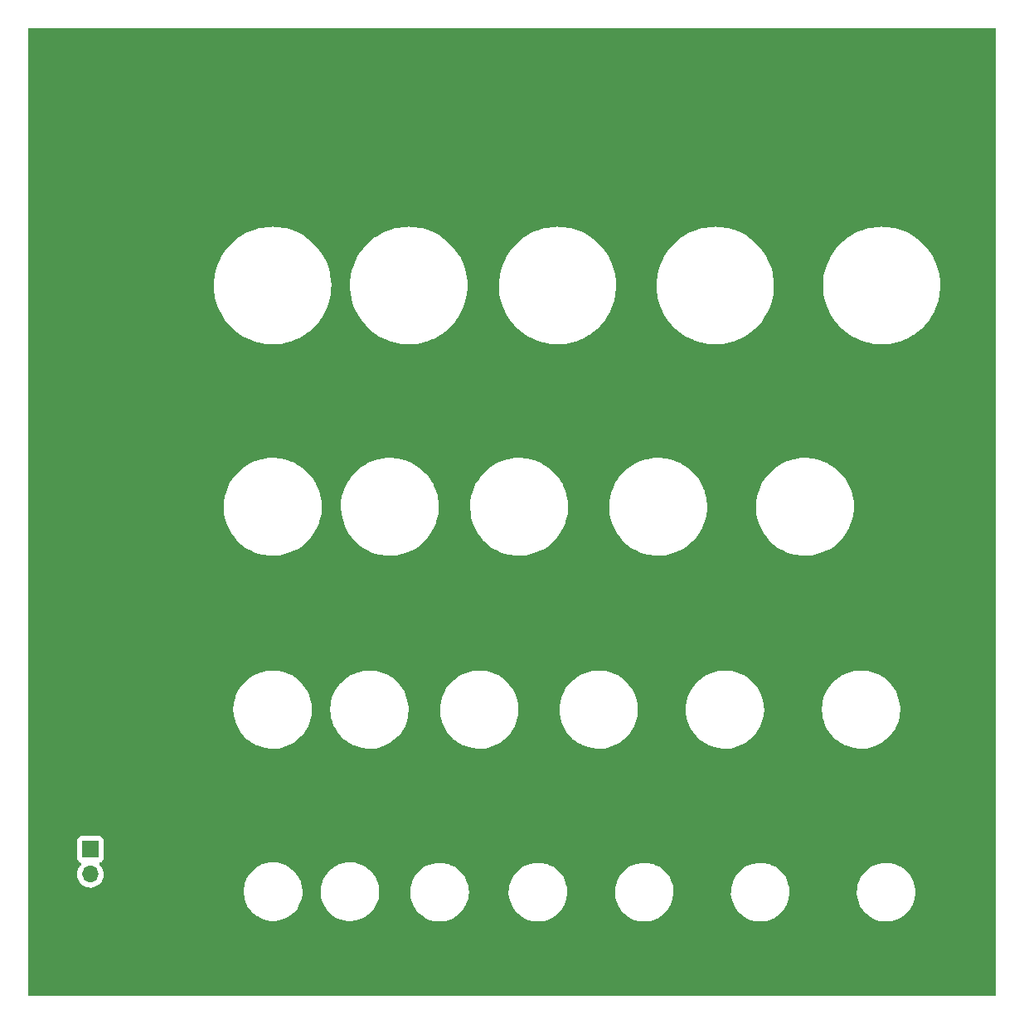
<source format=gbr>
%TF.GenerationSoftware,KiCad,Pcbnew,(6.0.0)*%
%TF.CreationDate,2022-01-22T08:46:37+01:00*%
%TF.ProjectId,CNLJS_test_LEDice_dual,434e4c4a-535f-4746-9573-745f4c454469,rev?*%
%TF.SameCoordinates,Original*%
%TF.FileFunction,Copper,L2,Bot*%
%TF.FilePolarity,Positive*%
%FSLAX46Y46*%
G04 Gerber Fmt 4.6, Leading zero omitted, Abs format (unit mm)*
G04 Created by KiCad (PCBNEW (6.0.0)) date 2022-01-22 08:46:37*
%MOMM*%
%LPD*%
G01*
G04 APERTURE LIST*
%TA.AperFunction,ComponentPad*%
%ADD10R,1.700000X1.700000*%
%TD*%
%TA.AperFunction,ComponentPad*%
%ADD11O,1.700000X1.700000*%
%TD*%
%TA.AperFunction,ViaPad*%
%ADD12C,0.800000*%
%TD*%
G04 APERTURE END LIST*
D10*
%TO.P,J1,1,Pin_1*%
%TO.N,VDD*%
X119094000Y-119380000D03*
D11*
%TO.P,J1,2,Pin_2*%
%TO.N,Net-(J1-Pad2)*%
X119094000Y-121920000D03*
%TO.P,J1,3,Pin_3*%
%TO.N,GND*%
X119094000Y-124460000D03*
%TD*%
D12*
%TO.N,GND*%
X150350000Y-71152000D03*
X165550000Y-71152000D03*
X181650000Y-71152000D03*
X198650000Y-71152000D03*
X201200000Y-52448000D03*
X184200000Y-52448000D03*
X168100000Y-52448000D03*
X152900000Y-52448000D03*
X139000000Y-52448000D03*
X136450000Y-71152000D03*
X136450000Y-112862000D03*
X139050000Y-75949000D03*
X151000000Y-75924000D03*
X164200000Y-75999000D03*
X178400000Y-76049000D03*
X193400000Y-75999000D03*
X190850000Y-92826000D03*
X175850000Y-92851000D03*
X161650000Y-92851000D03*
X148450000Y-92851000D03*
X136500000Y-92851000D03*
X139000000Y-97349000D03*
X148900000Y-97349000D03*
X160100000Y-97349000D03*
X172300000Y-97374000D03*
X185200000Y-97424000D03*
X199100000Y-97449000D03*
X196550000Y-112851000D03*
X182650000Y-112851000D03*
X169750000Y-112851000D03*
X157550000Y-112876000D03*
X146350000Y-112851000D03*
X188800000Y-117400000D03*
X186250000Y-130100000D03*
X153500000Y-130150000D03*
X156050000Y-117400000D03*
X146900000Y-117350000D03*
X144350000Y-130050000D03*
X136500000Y-130050000D03*
X199100000Y-130150000D03*
X201650000Y-117400000D03*
X163550000Y-130100000D03*
X166100000Y-117350000D03*
X176950000Y-117400000D03*
X174400000Y-130100000D03*
X139050000Y-117400000D03*
%TD*%
%TA.AperFunction,Conductor*%
%TO.N,GND*%
G36*
X211534121Y-35503002D02*
G01*
X211580614Y-35556658D01*
X211592000Y-35609000D01*
X211592000Y-134191000D01*
X211571998Y-134259121D01*
X211518342Y-134305614D01*
X211466000Y-134317000D01*
X112884000Y-134317000D01*
X112815879Y-134296998D01*
X112769386Y-134243342D01*
X112758000Y-134191000D01*
X112758000Y-123778000D01*
X134750000Y-123778000D01*
X134810000Y-124298000D01*
X134940000Y-124748000D01*
X135100000Y-125108000D01*
X135102967Y-125112450D01*
X135102970Y-125112456D01*
X135137637Y-125164456D01*
X135400000Y-125558000D01*
X135730000Y-125908000D01*
X135734007Y-125911075D01*
X135734008Y-125911076D01*
X136119988Y-126207293D01*
X136160000Y-126238000D01*
X136590000Y-126458000D01*
X136592708Y-126459083D01*
X136592712Y-126459085D01*
X136786189Y-126536476D01*
X136786194Y-126536478D01*
X136790000Y-126538000D01*
X137220000Y-126648000D01*
X137223544Y-126648489D01*
X137223550Y-126648490D01*
X137381031Y-126670211D01*
X137510000Y-126688000D01*
X137750000Y-126698000D01*
X137752880Y-126697856D01*
X137948541Y-126688073D01*
X137948543Y-126688073D01*
X137950000Y-126688000D01*
X137951448Y-126687860D01*
X137951460Y-126687859D01*
X138255343Y-126658451D01*
X138255347Y-126658450D01*
X138260000Y-126658000D01*
X138660000Y-126558000D01*
X138663721Y-126556548D01*
X138663730Y-126556545D01*
X139064727Y-126400058D01*
X139064729Y-126400057D01*
X139070000Y-126398000D01*
X139460000Y-126158000D01*
X139463294Y-126155298D01*
X139463300Y-126155293D01*
X139845503Y-125841690D01*
X139845504Y-125841689D01*
X139850000Y-125838000D01*
X140220000Y-125398000D01*
X140470000Y-124948000D01*
X140539474Y-124750000D01*
X140668247Y-124382997D01*
X140668248Y-124382993D01*
X140670000Y-124378000D01*
X140731839Y-124015800D01*
X140739293Y-123972143D01*
X140739294Y-123972138D01*
X140740000Y-123968000D01*
X140746714Y-123780000D01*
X142600000Y-123780000D01*
X142660000Y-124300000D01*
X142790000Y-124750000D01*
X142791755Y-124753950D01*
X142791757Y-124753954D01*
X142875760Y-124942961D01*
X142950000Y-125110000D01*
X142952967Y-125114450D01*
X142952970Y-125114456D01*
X143138473Y-125392710D01*
X143250000Y-125560000D01*
X143580000Y-125910000D01*
X143584007Y-125913075D01*
X143584008Y-125913076D01*
X143905758Y-126160000D01*
X144010000Y-126240000D01*
X144015099Y-126242609D01*
X144015101Y-126242610D01*
X144192911Y-126333582D01*
X144440000Y-126460000D01*
X144442708Y-126461083D01*
X144442712Y-126461085D01*
X144636189Y-126538476D01*
X144636194Y-126538478D01*
X144640000Y-126540000D01*
X145070000Y-126650000D01*
X145073544Y-126650489D01*
X145073550Y-126650490D01*
X145231031Y-126672211D01*
X145360000Y-126690000D01*
X145600000Y-126700000D01*
X145642880Y-126697856D01*
X145798541Y-126690073D01*
X145798543Y-126690073D01*
X145800000Y-126690000D01*
X145801448Y-126689860D01*
X145801460Y-126689859D01*
X146105343Y-126660451D01*
X146105347Y-126660450D01*
X146110000Y-126660000D01*
X146510000Y-126560000D01*
X146513721Y-126558548D01*
X146513730Y-126558545D01*
X146914727Y-126402058D01*
X146914729Y-126402057D01*
X146920000Y-126400000D01*
X147310000Y-126160000D01*
X147313294Y-126157298D01*
X147313300Y-126157293D01*
X147695503Y-125843690D01*
X147695504Y-125843689D01*
X147700000Y-125840000D01*
X148070000Y-125400000D01*
X148320000Y-124950000D01*
X148389490Y-124751954D01*
X148518247Y-124384997D01*
X148518248Y-124384993D01*
X148520000Y-124380000D01*
X148580756Y-124024143D01*
X148589293Y-123974143D01*
X148589294Y-123974138D01*
X148590000Y-123970000D01*
X148595000Y-123830000D01*
X151750000Y-123830000D01*
X151810000Y-124350000D01*
X151940000Y-124800000D01*
X152100000Y-125160000D01*
X152102967Y-125164450D01*
X152102970Y-125164456D01*
X152255140Y-125392710D01*
X152400000Y-125610000D01*
X152730000Y-125960000D01*
X152734007Y-125963075D01*
X152734008Y-125963076D01*
X153092242Y-126238000D01*
X153160000Y-126290000D01*
X153590000Y-126510000D01*
X153592708Y-126511083D01*
X153592712Y-126511085D01*
X153786189Y-126588476D01*
X153786194Y-126588478D01*
X153790000Y-126590000D01*
X154220000Y-126700000D01*
X154223544Y-126700489D01*
X154223550Y-126700490D01*
X154381031Y-126722211D01*
X154510000Y-126740000D01*
X154750000Y-126750000D01*
X154752880Y-126749856D01*
X154948541Y-126740073D01*
X154948543Y-126740073D01*
X154950000Y-126740000D01*
X154951448Y-126739860D01*
X154951460Y-126739859D01*
X155255343Y-126710451D01*
X155255347Y-126710450D01*
X155260000Y-126710000D01*
X155660000Y-126610000D01*
X155663721Y-126608548D01*
X155663730Y-126608545D01*
X156064727Y-126452058D01*
X156064729Y-126452057D01*
X156070000Y-126450000D01*
X156460000Y-126210000D01*
X156463294Y-126207298D01*
X156463300Y-126207293D01*
X156845503Y-125893690D01*
X156845504Y-125893689D01*
X156850000Y-125890000D01*
X157220000Y-125450000D01*
X157470000Y-125000000D01*
X157538788Y-124803954D01*
X157668247Y-124434997D01*
X157668248Y-124434993D01*
X157670000Y-124430000D01*
X157740000Y-124020000D01*
X157746786Y-123830000D01*
X161800000Y-123830000D01*
X161860000Y-124350000D01*
X161990000Y-124800000D01*
X162150000Y-125160000D01*
X162152967Y-125164450D01*
X162152970Y-125164456D01*
X162305140Y-125392710D01*
X162450000Y-125610000D01*
X162780000Y-125960000D01*
X162784007Y-125963075D01*
X162784008Y-125963076D01*
X163142242Y-126238000D01*
X163210000Y-126290000D01*
X163640000Y-126510000D01*
X163642708Y-126511083D01*
X163642712Y-126511085D01*
X163836189Y-126588476D01*
X163836194Y-126588478D01*
X163840000Y-126590000D01*
X164270000Y-126700000D01*
X164273544Y-126700489D01*
X164273550Y-126700490D01*
X164431031Y-126722211D01*
X164560000Y-126740000D01*
X164800000Y-126750000D01*
X164802880Y-126749856D01*
X164998541Y-126740073D01*
X164998543Y-126740073D01*
X165000000Y-126740000D01*
X165001448Y-126739860D01*
X165001460Y-126739859D01*
X165305343Y-126710451D01*
X165305347Y-126710450D01*
X165310000Y-126710000D01*
X165710000Y-126610000D01*
X165713721Y-126608548D01*
X165713730Y-126608545D01*
X166114727Y-126452058D01*
X166114729Y-126452057D01*
X166120000Y-126450000D01*
X166510000Y-126210000D01*
X166513294Y-126207298D01*
X166513300Y-126207293D01*
X166895503Y-125893690D01*
X166895504Y-125893689D01*
X166900000Y-125890000D01*
X167270000Y-125450000D01*
X167520000Y-125000000D01*
X167588788Y-124803954D01*
X167718247Y-124434997D01*
X167718248Y-124434993D01*
X167720000Y-124430000D01*
X167790000Y-124020000D01*
X167796786Y-123830000D01*
X172650000Y-123830000D01*
X172710000Y-124350000D01*
X172840000Y-124800000D01*
X173000000Y-125160000D01*
X173002967Y-125164450D01*
X173002970Y-125164456D01*
X173155140Y-125392710D01*
X173300000Y-125610000D01*
X173630000Y-125960000D01*
X173634007Y-125963075D01*
X173634008Y-125963076D01*
X173992242Y-126238000D01*
X174060000Y-126290000D01*
X174490000Y-126510000D01*
X174492708Y-126511083D01*
X174492712Y-126511085D01*
X174686189Y-126588476D01*
X174686194Y-126588478D01*
X174690000Y-126590000D01*
X175120000Y-126700000D01*
X175123544Y-126700489D01*
X175123550Y-126700490D01*
X175281031Y-126722211D01*
X175410000Y-126740000D01*
X175650000Y-126750000D01*
X175652880Y-126749856D01*
X175848541Y-126740073D01*
X175848543Y-126740073D01*
X175850000Y-126740000D01*
X175851448Y-126739860D01*
X175851460Y-126739859D01*
X176155343Y-126710451D01*
X176155347Y-126710450D01*
X176160000Y-126710000D01*
X176560000Y-126610000D01*
X176563721Y-126608548D01*
X176563730Y-126608545D01*
X176964727Y-126452058D01*
X176964729Y-126452057D01*
X176970000Y-126450000D01*
X177360000Y-126210000D01*
X177363294Y-126207298D01*
X177363300Y-126207293D01*
X177745503Y-125893690D01*
X177745504Y-125893689D01*
X177750000Y-125890000D01*
X178120000Y-125450000D01*
X178370000Y-125000000D01*
X178438788Y-124803954D01*
X178568247Y-124434997D01*
X178568248Y-124434993D01*
X178570000Y-124430000D01*
X178640000Y-124020000D01*
X178646786Y-123830000D01*
X184500000Y-123830000D01*
X184560000Y-124350000D01*
X184690000Y-124800000D01*
X184850000Y-125160000D01*
X184852967Y-125164450D01*
X184852970Y-125164456D01*
X185005140Y-125392710D01*
X185150000Y-125610000D01*
X185480000Y-125960000D01*
X185484007Y-125963075D01*
X185484008Y-125963076D01*
X185842242Y-126238000D01*
X185910000Y-126290000D01*
X186340000Y-126510000D01*
X186342708Y-126511083D01*
X186342712Y-126511085D01*
X186536189Y-126588476D01*
X186536194Y-126588478D01*
X186540000Y-126590000D01*
X186970000Y-126700000D01*
X186973544Y-126700489D01*
X186973550Y-126700490D01*
X187131031Y-126722211D01*
X187260000Y-126740000D01*
X187500000Y-126750000D01*
X187502880Y-126749856D01*
X187698541Y-126740073D01*
X187698543Y-126740073D01*
X187700000Y-126740000D01*
X187701448Y-126739860D01*
X187701460Y-126739859D01*
X188005343Y-126710451D01*
X188005347Y-126710450D01*
X188010000Y-126710000D01*
X188410000Y-126610000D01*
X188413721Y-126608548D01*
X188413730Y-126608545D01*
X188814727Y-126452058D01*
X188814729Y-126452057D01*
X188820000Y-126450000D01*
X189210000Y-126210000D01*
X189213294Y-126207298D01*
X189213300Y-126207293D01*
X189595503Y-125893690D01*
X189595504Y-125893689D01*
X189600000Y-125890000D01*
X189970000Y-125450000D01*
X190220000Y-125000000D01*
X190288788Y-124803954D01*
X190418247Y-124434997D01*
X190418248Y-124434993D01*
X190420000Y-124430000D01*
X190490000Y-124020000D01*
X190496786Y-123830000D01*
X197350000Y-123830000D01*
X197410000Y-124350000D01*
X197540000Y-124800000D01*
X197700000Y-125160000D01*
X197702967Y-125164450D01*
X197702970Y-125164456D01*
X197855140Y-125392710D01*
X198000000Y-125610000D01*
X198330000Y-125960000D01*
X198334007Y-125963075D01*
X198334008Y-125963076D01*
X198692242Y-126238000D01*
X198760000Y-126290000D01*
X199190000Y-126510000D01*
X199192708Y-126511083D01*
X199192712Y-126511085D01*
X199386189Y-126588476D01*
X199386194Y-126588478D01*
X199390000Y-126590000D01*
X199820000Y-126700000D01*
X199823544Y-126700489D01*
X199823550Y-126700490D01*
X199981031Y-126722211D01*
X200110000Y-126740000D01*
X200350000Y-126750000D01*
X200352880Y-126749856D01*
X200548541Y-126740073D01*
X200548543Y-126740073D01*
X200550000Y-126740000D01*
X200551448Y-126739860D01*
X200551460Y-126739859D01*
X200855343Y-126710451D01*
X200855347Y-126710450D01*
X200860000Y-126710000D01*
X201260000Y-126610000D01*
X201263721Y-126608548D01*
X201263730Y-126608545D01*
X201664727Y-126452058D01*
X201664729Y-126452057D01*
X201670000Y-126450000D01*
X202060000Y-126210000D01*
X202063294Y-126207298D01*
X202063300Y-126207293D01*
X202445503Y-125893690D01*
X202445504Y-125893689D01*
X202450000Y-125890000D01*
X202820000Y-125450000D01*
X203070000Y-125000000D01*
X203138788Y-124803954D01*
X203268247Y-124434997D01*
X203268248Y-124434993D01*
X203270000Y-124430000D01*
X203340000Y-124020000D01*
X203350000Y-123740000D01*
X203346534Y-123688000D01*
X203330148Y-123442217D01*
X203330147Y-123442211D01*
X203330000Y-123440000D01*
X203327425Y-123421329D01*
X203290609Y-123154413D01*
X203290608Y-123154409D01*
X203290000Y-123150000D01*
X203275715Y-123100000D01*
X203190997Y-122803489D01*
X203170000Y-122730000D01*
X202950000Y-122250000D01*
X202710000Y-121900000D01*
X202702757Y-121891851D01*
X202472448Y-121632754D01*
X202470000Y-121630000D01*
X202266718Y-121449305D01*
X202202949Y-121392621D01*
X202202946Y-121392619D01*
X202200000Y-121390000D01*
X201850000Y-121150000D01*
X201560000Y-121000000D01*
X201261905Y-120900635D01*
X201112971Y-120850990D01*
X201112965Y-120850988D01*
X201110000Y-120850000D01*
X201106955Y-120849313D01*
X201106950Y-120849311D01*
X200804039Y-120780912D01*
X200800000Y-120780000D01*
X200795880Y-120779625D01*
X200795877Y-120779625D01*
X200687316Y-120769756D01*
X200580000Y-120760000D01*
X200476030Y-120755480D01*
X200353065Y-120750133D01*
X200353060Y-120750133D01*
X200350000Y-120750000D01*
X199980000Y-120770000D01*
X199975573Y-120770885D01*
X199633598Y-120839280D01*
X199633591Y-120839282D01*
X199630000Y-120840000D01*
X199260000Y-120960000D01*
X198830000Y-121160000D01*
X198825473Y-121163169D01*
X198825471Y-121163170D01*
X198498717Y-121391898D01*
X198430000Y-121440000D01*
X198060000Y-121810000D01*
X197790000Y-122180000D01*
X197626572Y-122513962D01*
X197575935Y-122617438D01*
X197560000Y-122650000D01*
X197558547Y-122654723D01*
X197558546Y-122654725D01*
X197536896Y-122725088D01*
X197440000Y-123040000D01*
X197439305Y-123044267D01*
X197439304Y-123044273D01*
X197416087Y-123186895D01*
X197370000Y-123470000D01*
X197369815Y-123473328D01*
X197369815Y-123473329D01*
X197352481Y-123785335D01*
X197350000Y-123830000D01*
X190496786Y-123830000D01*
X190500000Y-123740000D01*
X190496534Y-123688000D01*
X190480148Y-123442217D01*
X190480147Y-123442211D01*
X190480000Y-123440000D01*
X190477425Y-123421329D01*
X190440609Y-123154413D01*
X190440608Y-123154409D01*
X190440000Y-123150000D01*
X190425715Y-123100000D01*
X190340997Y-122803489D01*
X190320000Y-122730000D01*
X190100000Y-122250000D01*
X189860000Y-121900000D01*
X189852757Y-121891851D01*
X189622448Y-121632754D01*
X189620000Y-121630000D01*
X189416718Y-121449305D01*
X189352949Y-121392621D01*
X189352946Y-121392619D01*
X189350000Y-121390000D01*
X189000000Y-121150000D01*
X188710000Y-121000000D01*
X188411905Y-120900635D01*
X188262971Y-120850990D01*
X188262965Y-120850988D01*
X188260000Y-120850000D01*
X188256955Y-120849313D01*
X188256950Y-120849311D01*
X187954039Y-120780912D01*
X187950000Y-120780000D01*
X187945880Y-120779625D01*
X187945877Y-120779625D01*
X187837316Y-120769756D01*
X187730000Y-120760000D01*
X187626030Y-120755480D01*
X187503065Y-120750133D01*
X187503060Y-120750133D01*
X187500000Y-120750000D01*
X187130000Y-120770000D01*
X187125573Y-120770885D01*
X186783598Y-120839280D01*
X186783591Y-120839282D01*
X186780000Y-120840000D01*
X186410000Y-120960000D01*
X185980000Y-121160000D01*
X185975473Y-121163169D01*
X185975471Y-121163170D01*
X185648717Y-121391898D01*
X185580000Y-121440000D01*
X185210000Y-121810000D01*
X184940000Y-122180000D01*
X184776572Y-122513962D01*
X184725935Y-122617438D01*
X184710000Y-122650000D01*
X184708547Y-122654723D01*
X184708546Y-122654725D01*
X184686896Y-122725088D01*
X184590000Y-123040000D01*
X184589305Y-123044267D01*
X184589304Y-123044273D01*
X184566087Y-123186895D01*
X184520000Y-123470000D01*
X184519815Y-123473328D01*
X184519815Y-123473329D01*
X184502481Y-123785335D01*
X184500000Y-123830000D01*
X178646786Y-123830000D01*
X178650000Y-123740000D01*
X178646534Y-123688000D01*
X178630148Y-123442217D01*
X178630147Y-123442211D01*
X178630000Y-123440000D01*
X178627425Y-123421329D01*
X178590609Y-123154413D01*
X178590608Y-123154409D01*
X178590000Y-123150000D01*
X178575715Y-123100000D01*
X178490997Y-122803489D01*
X178470000Y-122730000D01*
X178250000Y-122250000D01*
X178010000Y-121900000D01*
X178002757Y-121891851D01*
X177772448Y-121632754D01*
X177770000Y-121630000D01*
X177566718Y-121449305D01*
X177502949Y-121392621D01*
X177502946Y-121392619D01*
X177500000Y-121390000D01*
X177150000Y-121150000D01*
X176860000Y-121000000D01*
X176561905Y-120900635D01*
X176412971Y-120850990D01*
X176412965Y-120850988D01*
X176410000Y-120850000D01*
X176406955Y-120849313D01*
X176406950Y-120849311D01*
X176104039Y-120780912D01*
X176100000Y-120780000D01*
X176095880Y-120779625D01*
X176095877Y-120779625D01*
X175987316Y-120769756D01*
X175880000Y-120760000D01*
X175776030Y-120755480D01*
X175653065Y-120750133D01*
X175653060Y-120750133D01*
X175650000Y-120750000D01*
X175280000Y-120770000D01*
X175275573Y-120770885D01*
X174933598Y-120839280D01*
X174933591Y-120839282D01*
X174930000Y-120840000D01*
X174560000Y-120960000D01*
X174130000Y-121160000D01*
X174125473Y-121163169D01*
X174125471Y-121163170D01*
X173798717Y-121391898D01*
X173730000Y-121440000D01*
X173360000Y-121810000D01*
X173090000Y-122180000D01*
X172926572Y-122513962D01*
X172875935Y-122617438D01*
X172860000Y-122650000D01*
X172858547Y-122654723D01*
X172858546Y-122654725D01*
X172836896Y-122725088D01*
X172740000Y-123040000D01*
X172739305Y-123044267D01*
X172739304Y-123044273D01*
X172716087Y-123186895D01*
X172670000Y-123470000D01*
X172669815Y-123473328D01*
X172669815Y-123473329D01*
X172652481Y-123785335D01*
X172650000Y-123830000D01*
X167796786Y-123830000D01*
X167800000Y-123740000D01*
X167796534Y-123688000D01*
X167780148Y-123442217D01*
X167780147Y-123442211D01*
X167780000Y-123440000D01*
X167777425Y-123421329D01*
X167740609Y-123154413D01*
X167740608Y-123154409D01*
X167740000Y-123150000D01*
X167725715Y-123100000D01*
X167640997Y-122803489D01*
X167620000Y-122730000D01*
X167400000Y-122250000D01*
X167160000Y-121900000D01*
X167152757Y-121891851D01*
X166922448Y-121632754D01*
X166920000Y-121630000D01*
X166716718Y-121449305D01*
X166652949Y-121392621D01*
X166652946Y-121392619D01*
X166650000Y-121390000D01*
X166300000Y-121150000D01*
X166010000Y-121000000D01*
X165711905Y-120900635D01*
X165562971Y-120850990D01*
X165562965Y-120850988D01*
X165560000Y-120850000D01*
X165556955Y-120849313D01*
X165556950Y-120849311D01*
X165254039Y-120780912D01*
X165250000Y-120780000D01*
X165245880Y-120779625D01*
X165245877Y-120779625D01*
X165137316Y-120769756D01*
X165030000Y-120760000D01*
X164926030Y-120755480D01*
X164803065Y-120750133D01*
X164803060Y-120750133D01*
X164800000Y-120750000D01*
X164430000Y-120770000D01*
X164425573Y-120770885D01*
X164083598Y-120839280D01*
X164083591Y-120839282D01*
X164080000Y-120840000D01*
X163710000Y-120960000D01*
X163280000Y-121160000D01*
X163275473Y-121163169D01*
X163275471Y-121163170D01*
X162948717Y-121391898D01*
X162880000Y-121440000D01*
X162510000Y-121810000D01*
X162240000Y-122180000D01*
X162076572Y-122513962D01*
X162025935Y-122617438D01*
X162010000Y-122650000D01*
X162008547Y-122654723D01*
X162008546Y-122654725D01*
X161986896Y-122725088D01*
X161890000Y-123040000D01*
X161889305Y-123044267D01*
X161889304Y-123044273D01*
X161866087Y-123186895D01*
X161820000Y-123470000D01*
X161819815Y-123473328D01*
X161819815Y-123473329D01*
X161802481Y-123785335D01*
X161800000Y-123830000D01*
X157746786Y-123830000D01*
X157750000Y-123740000D01*
X157746534Y-123688000D01*
X157730148Y-123442217D01*
X157730147Y-123442211D01*
X157730000Y-123440000D01*
X157727425Y-123421329D01*
X157690609Y-123154413D01*
X157690608Y-123154409D01*
X157690000Y-123150000D01*
X157675715Y-123100000D01*
X157590997Y-122803489D01*
X157570000Y-122730000D01*
X157350000Y-122250000D01*
X157110000Y-121900000D01*
X157102757Y-121891851D01*
X156872448Y-121632754D01*
X156870000Y-121630000D01*
X156666718Y-121449305D01*
X156602949Y-121392621D01*
X156602946Y-121392619D01*
X156600000Y-121390000D01*
X156250000Y-121150000D01*
X155960000Y-121000000D01*
X155661905Y-120900635D01*
X155512971Y-120850990D01*
X155512965Y-120850988D01*
X155510000Y-120850000D01*
X155506955Y-120849313D01*
X155506950Y-120849311D01*
X155204039Y-120780912D01*
X155200000Y-120780000D01*
X155195880Y-120779625D01*
X155195877Y-120779625D01*
X155087316Y-120769756D01*
X154980000Y-120760000D01*
X154876030Y-120755480D01*
X154753065Y-120750133D01*
X154753060Y-120750133D01*
X154750000Y-120750000D01*
X154380000Y-120770000D01*
X154375573Y-120770885D01*
X154033598Y-120839280D01*
X154033591Y-120839282D01*
X154030000Y-120840000D01*
X153660000Y-120960000D01*
X153230000Y-121160000D01*
X153225473Y-121163169D01*
X153225471Y-121163170D01*
X152898717Y-121391898D01*
X152830000Y-121440000D01*
X152460000Y-121810000D01*
X152190000Y-122180000D01*
X152026572Y-122513962D01*
X151975935Y-122617438D01*
X151960000Y-122650000D01*
X151958547Y-122654723D01*
X151958546Y-122654725D01*
X151936896Y-122725088D01*
X151840000Y-123040000D01*
X151839305Y-123044267D01*
X151839304Y-123044273D01*
X151816087Y-123186895D01*
X151770000Y-123470000D01*
X151769815Y-123473328D01*
X151769815Y-123473329D01*
X151752481Y-123785335D01*
X151750000Y-123830000D01*
X148595000Y-123830000D01*
X148600000Y-123690000D01*
X148599653Y-123684786D01*
X148580148Y-123392217D01*
X148580147Y-123392211D01*
X148580000Y-123390000D01*
X148579420Y-123385795D01*
X148540609Y-123104413D01*
X148540608Y-123104409D01*
X148540000Y-123100000D01*
X148538206Y-123093718D01*
X148456325Y-122807137D01*
X148420000Y-122680000D01*
X148200000Y-122200000D01*
X147960000Y-121850000D01*
X147924445Y-121810000D01*
X147722448Y-121582754D01*
X147720000Y-121580000D01*
X147558945Y-121436840D01*
X147452949Y-121342621D01*
X147452946Y-121342619D01*
X147450000Y-121340000D01*
X147100000Y-121100000D01*
X146810000Y-120950000D01*
X146477840Y-120839280D01*
X146362971Y-120800990D01*
X146362965Y-120800988D01*
X146360000Y-120800000D01*
X146356955Y-120799313D01*
X146356950Y-120799311D01*
X146054039Y-120730912D01*
X146050000Y-120730000D01*
X146045880Y-120729625D01*
X146045877Y-120729625D01*
X145915316Y-120717756D01*
X145830000Y-120710000D01*
X145726030Y-120705480D01*
X145603065Y-120700133D01*
X145603060Y-120700133D01*
X145600000Y-120700000D01*
X145230000Y-120720000D01*
X145225573Y-120720885D01*
X144883598Y-120789280D01*
X144883591Y-120789282D01*
X144880000Y-120790000D01*
X144510000Y-120910000D01*
X144080000Y-121110000D01*
X144075473Y-121113169D01*
X144075471Y-121113170D01*
X143750541Y-121340621D01*
X143680000Y-121390000D01*
X143310000Y-121760000D01*
X143307125Y-121763940D01*
X143307124Y-121763941D01*
X143270638Y-121813941D01*
X143040000Y-122130000D01*
X142810000Y-122600000D01*
X142808547Y-122604723D01*
X142808546Y-122604725D01*
X142787336Y-122673659D01*
X142690000Y-122990000D01*
X142689305Y-122994267D01*
X142689304Y-122994273D01*
X142664486Y-123146731D01*
X142620000Y-123420000D01*
X142600000Y-123780000D01*
X140746714Y-123780000D01*
X140750000Y-123688000D01*
X140735248Y-123466710D01*
X140730148Y-123390217D01*
X140730147Y-123390211D01*
X140730000Y-123388000D01*
X140715255Y-123281097D01*
X140690609Y-123102413D01*
X140690608Y-123102409D01*
X140690000Y-123098000D01*
X140687971Y-123090896D01*
X140604655Y-122799292D01*
X140570000Y-122678000D01*
X140350000Y-122198000D01*
X140110000Y-121848000D01*
X140079726Y-121813941D01*
X139872448Y-121580754D01*
X139870000Y-121578000D01*
X139711195Y-121436840D01*
X139602949Y-121340621D01*
X139602946Y-121340619D01*
X139600000Y-121338000D01*
X139250000Y-121098000D01*
X138960000Y-120948000D01*
X138633840Y-120839280D01*
X138512971Y-120798990D01*
X138512965Y-120798988D01*
X138510000Y-120798000D01*
X138506955Y-120797313D01*
X138506950Y-120797311D01*
X138204039Y-120728912D01*
X138200000Y-120728000D01*
X138195880Y-120727625D01*
X138195877Y-120727625D01*
X138087316Y-120717756D01*
X137980000Y-120708000D01*
X137876030Y-120703480D01*
X137753065Y-120698133D01*
X137753060Y-120698133D01*
X137750000Y-120698000D01*
X137380000Y-120718000D01*
X137375573Y-120718885D01*
X137033598Y-120787280D01*
X137033591Y-120787282D01*
X137030000Y-120788000D01*
X136660000Y-120908000D01*
X136230000Y-121108000D01*
X136225473Y-121111169D01*
X136225471Y-121111170D01*
X135898571Y-121340000D01*
X135830000Y-121388000D01*
X135460000Y-121758000D01*
X135457125Y-121761940D01*
X135457124Y-121761941D01*
X135422054Y-121810000D01*
X135190000Y-122128000D01*
X135046220Y-122421811D01*
X134988863Y-122539020D01*
X134960000Y-122598000D01*
X134840000Y-122988000D01*
X134839305Y-122992267D01*
X134839304Y-122992273D01*
X134807622Y-123186895D01*
X134770000Y-123418000D01*
X134750000Y-123778000D01*
X112758000Y-123778000D01*
X112758000Y-121886695D01*
X117731251Y-121886695D01*
X117731548Y-121891848D01*
X117731548Y-121891851D01*
X117737011Y-121986590D01*
X117744110Y-122109715D01*
X117745247Y-122114761D01*
X117745248Y-122114767D01*
X117763454Y-122195551D01*
X117793222Y-122327639D01*
X117877266Y-122534616D01*
X117879965Y-122539020D01*
X117965132Y-122678000D01*
X117993987Y-122725088D01*
X118140250Y-122893938D01*
X118312126Y-123036632D01*
X118505000Y-123149338D01*
X118713692Y-123229030D01*
X118718760Y-123230061D01*
X118718763Y-123230062D01*
X118826017Y-123251883D01*
X118932597Y-123273567D01*
X118937772Y-123273757D01*
X118937774Y-123273757D01*
X119150673Y-123281564D01*
X119150677Y-123281564D01*
X119155837Y-123281753D01*
X119160957Y-123281097D01*
X119160959Y-123281097D01*
X119372288Y-123254025D01*
X119372289Y-123254025D01*
X119377416Y-123253368D01*
X119382366Y-123251883D01*
X119586429Y-123190661D01*
X119586434Y-123190659D01*
X119591384Y-123189174D01*
X119791994Y-123090896D01*
X119973860Y-122961173D01*
X120132096Y-122803489D01*
X120191594Y-122720689D01*
X120259435Y-122626277D01*
X120262453Y-122622077D01*
X120272018Y-122602725D01*
X120359136Y-122426453D01*
X120359137Y-122426451D01*
X120361430Y-122421811D01*
X120426370Y-122208069D01*
X120455529Y-121986590D01*
X120457156Y-121920000D01*
X120438852Y-121697361D01*
X120384431Y-121480702D01*
X120295354Y-121275840D01*
X120255906Y-121214862D01*
X120176822Y-121092617D01*
X120176820Y-121092614D01*
X120174014Y-121088277D01*
X120170532Y-121084450D01*
X120026798Y-120926488D01*
X119995746Y-120862642D01*
X120004141Y-120792143D01*
X120049317Y-120737375D01*
X120075761Y-120723706D01*
X120182297Y-120683767D01*
X120190705Y-120680615D01*
X120307261Y-120593261D01*
X120394615Y-120476705D01*
X120445745Y-120340316D01*
X120452500Y-120278134D01*
X120452500Y-118481866D01*
X120445745Y-118419684D01*
X120394615Y-118283295D01*
X120307261Y-118166739D01*
X120190705Y-118079385D01*
X120054316Y-118028255D01*
X119992134Y-118021500D01*
X118195866Y-118021500D01*
X118133684Y-118028255D01*
X117997295Y-118079385D01*
X117880739Y-118166739D01*
X117793385Y-118283295D01*
X117742255Y-118419684D01*
X117735500Y-118481866D01*
X117735500Y-120278134D01*
X117742255Y-120340316D01*
X117793385Y-120476705D01*
X117880739Y-120593261D01*
X117997295Y-120680615D01*
X118005704Y-120683767D01*
X118005705Y-120683768D01*
X118114451Y-120724535D01*
X118171216Y-120767176D01*
X118195916Y-120833738D01*
X118180709Y-120903087D01*
X118161316Y-120929568D01*
X118094010Y-121000000D01*
X118034629Y-121062138D01*
X118031715Y-121066410D01*
X118031714Y-121066411D01*
X118010025Y-121098206D01*
X117908743Y-121246680D01*
X117865137Y-121340621D01*
X117844612Y-121384840D01*
X117814688Y-121449305D01*
X117754989Y-121664570D01*
X117731251Y-121886695D01*
X112758000Y-121886695D01*
X112758000Y-105220000D01*
X133700000Y-105220000D01*
X133720000Y-105510000D01*
X133760000Y-105780000D01*
X133790000Y-105950000D01*
X133790712Y-105952655D01*
X133790715Y-105952667D01*
X133888063Y-106315506D01*
X133900000Y-106360000D01*
X134040000Y-106720000D01*
X134041302Y-106722604D01*
X134041306Y-106722613D01*
X134218457Y-107076915D01*
X134220000Y-107080000D01*
X134420000Y-107390000D01*
X134750000Y-107810000D01*
X134753153Y-107813032D01*
X134753156Y-107813035D01*
X134869177Y-107924593D01*
X135010000Y-108060000D01*
X135112986Y-108145821D01*
X135248024Y-108258354D01*
X135248034Y-108258362D01*
X135250000Y-108260000D01*
X135520000Y-108450000D01*
X135521820Y-108451105D01*
X135618824Y-108510000D01*
X135800000Y-108620000D01*
X135802933Y-108621389D01*
X135802938Y-108621392D01*
X136052396Y-108739556D01*
X136180000Y-108800000D01*
X136630000Y-108960000D01*
X137070000Y-109050000D01*
X137073115Y-109050320D01*
X137073125Y-109050321D01*
X137420950Y-109085995D01*
X137460000Y-109090000D01*
X137462438Y-109090061D01*
X137462439Y-109090061D01*
X137482128Y-109090553D01*
X137860000Y-109100000D01*
X137863769Y-109099641D01*
X137863771Y-109099641D01*
X137952172Y-109091222D01*
X138280000Y-109060000D01*
X138283615Y-109059220D01*
X138283617Y-109059220D01*
X138786426Y-108950771D01*
X138786428Y-108950770D01*
X138790000Y-108950000D01*
X139230000Y-108800000D01*
X139800000Y-108510000D01*
X140210000Y-108210000D01*
X140590000Y-107870000D01*
X140645301Y-107804330D01*
X140907493Y-107492978D01*
X140907499Y-107492970D01*
X140910000Y-107490000D01*
X141170000Y-107090000D01*
X141171434Y-107087221D01*
X141171439Y-107087213D01*
X141328506Y-106782894D01*
X141330000Y-106780000D01*
X141510000Y-106320000D01*
X141634418Y-105780857D01*
X141658899Y-105674773D01*
X141658900Y-105674767D01*
X141660000Y-105670000D01*
X141660349Y-105665117D01*
X141692143Y-105220000D01*
X143600000Y-105220000D01*
X143620000Y-105510000D01*
X143660000Y-105780000D01*
X143690000Y-105950000D01*
X143690712Y-105952655D01*
X143690715Y-105952667D01*
X143788063Y-106315506D01*
X143800000Y-106360000D01*
X143940000Y-106720000D01*
X143941302Y-106722604D01*
X143941306Y-106722613D01*
X144118457Y-107076915D01*
X144120000Y-107080000D01*
X144320000Y-107390000D01*
X144650000Y-107810000D01*
X144653153Y-107813032D01*
X144653156Y-107813035D01*
X144769177Y-107924593D01*
X144910000Y-108060000D01*
X145012986Y-108145821D01*
X145148024Y-108258354D01*
X145148034Y-108258362D01*
X145150000Y-108260000D01*
X145420000Y-108450000D01*
X145421820Y-108451105D01*
X145518824Y-108510000D01*
X145700000Y-108620000D01*
X145702933Y-108621389D01*
X145702938Y-108621392D01*
X145952396Y-108739556D01*
X146080000Y-108800000D01*
X146530000Y-108960000D01*
X146970000Y-109050000D01*
X146973115Y-109050320D01*
X146973125Y-109050321D01*
X147320950Y-109085995D01*
X147360000Y-109090000D01*
X147362438Y-109090061D01*
X147362439Y-109090061D01*
X147382128Y-109090553D01*
X147760000Y-109100000D01*
X147763769Y-109099641D01*
X147763771Y-109099641D01*
X147852172Y-109091222D01*
X148180000Y-109060000D01*
X148183615Y-109059220D01*
X148183617Y-109059220D01*
X148686426Y-108950771D01*
X148686428Y-108950770D01*
X148690000Y-108950000D01*
X149130000Y-108800000D01*
X149700000Y-108510000D01*
X150110000Y-108210000D01*
X150490000Y-107870000D01*
X150545301Y-107804330D01*
X150807493Y-107492978D01*
X150807499Y-107492970D01*
X150810000Y-107490000D01*
X151070000Y-107090000D01*
X151071434Y-107087221D01*
X151071439Y-107087213D01*
X151228506Y-106782894D01*
X151230000Y-106780000D01*
X151410000Y-106320000D01*
X151534418Y-105780857D01*
X151558899Y-105674773D01*
X151558900Y-105674767D01*
X151560000Y-105670000D01*
X151560349Y-105665117D01*
X151592143Y-105220000D01*
X154800000Y-105220000D01*
X154820000Y-105510000D01*
X154860000Y-105780000D01*
X154890000Y-105950000D01*
X154890712Y-105952655D01*
X154890715Y-105952667D01*
X154988063Y-106315506D01*
X155000000Y-106360000D01*
X155140000Y-106720000D01*
X155141302Y-106722604D01*
X155141306Y-106722613D01*
X155318457Y-107076915D01*
X155320000Y-107080000D01*
X155520000Y-107390000D01*
X155850000Y-107810000D01*
X155853153Y-107813032D01*
X155853156Y-107813035D01*
X155969177Y-107924593D01*
X156110000Y-108060000D01*
X156212986Y-108145821D01*
X156348024Y-108258354D01*
X156348034Y-108258362D01*
X156350000Y-108260000D01*
X156620000Y-108450000D01*
X156621820Y-108451105D01*
X156718824Y-108510000D01*
X156900000Y-108620000D01*
X156902933Y-108621389D01*
X156902938Y-108621392D01*
X157152396Y-108739556D01*
X157280000Y-108800000D01*
X157730000Y-108960000D01*
X158170000Y-109050000D01*
X158173115Y-109050320D01*
X158173125Y-109050321D01*
X158520950Y-109085995D01*
X158560000Y-109090000D01*
X158562438Y-109090061D01*
X158562439Y-109090061D01*
X158582128Y-109090553D01*
X158960000Y-109100000D01*
X158963769Y-109099641D01*
X158963771Y-109099641D01*
X159052172Y-109091222D01*
X159380000Y-109060000D01*
X159383615Y-109059220D01*
X159383617Y-109059220D01*
X159886426Y-108950771D01*
X159886428Y-108950770D01*
X159890000Y-108950000D01*
X160330000Y-108800000D01*
X160900000Y-108510000D01*
X161310000Y-108210000D01*
X161690000Y-107870000D01*
X161745301Y-107804330D01*
X162007493Y-107492978D01*
X162007499Y-107492970D01*
X162010000Y-107490000D01*
X162270000Y-107090000D01*
X162271434Y-107087221D01*
X162271439Y-107087213D01*
X162428506Y-106782894D01*
X162430000Y-106780000D01*
X162610000Y-106320000D01*
X162734418Y-105780857D01*
X162758899Y-105674773D01*
X162758900Y-105674767D01*
X162760000Y-105670000D01*
X162760349Y-105665117D01*
X162792143Y-105220000D01*
X167000000Y-105220000D01*
X167020000Y-105510000D01*
X167060000Y-105780000D01*
X167090000Y-105950000D01*
X167090712Y-105952655D01*
X167090715Y-105952667D01*
X167188063Y-106315506D01*
X167200000Y-106360000D01*
X167340000Y-106720000D01*
X167341302Y-106722604D01*
X167341306Y-106722613D01*
X167518457Y-107076915D01*
X167520000Y-107080000D01*
X167720000Y-107390000D01*
X168050000Y-107810000D01*
X168053153Y-107813032D01*
X168053156Y-107813035D01*
X168169177Y-107924593D01*
X168310000Y-108060000D01*
X168412986Y-108145821D01*
X168548024Y-108258354D01*
X168548034Y-108258362D01*
X168550000Y-108260000D01*
X168820000Y-108450000D01*
X168821820Y-108451105D01*
X168918824Y-108510000D01*
X169100000Y-108620000D01*
X169102933Y-108621389D01*
X169102938Y-108621392D01*
X169352396Y-108739556D01*
X169480000Y-108800000D01*
X169930000Y-108960000D01*
X170370000Y-109050000D01*
X170373115Y-109050320D01*
X170373125Y-109050321D01*
X170720950Y-109085995D01*
X170760000Y-109090000D01*
X170762438Y-109090061D01*
X170762439Y-109090061D01*
X170782128Y-109090553D01*
X171160000Y-109100000D01*
X171163769Y-109099641D01*
X171163771Y-109099641D01*
X171252172Y-109091222D01*
X171580000Y-109060000D01*
X171583615Y-109059220D01*
X171583617Y-109059220D01*
X172086426Y-108950771D01*
X172086428Y-108950770D01*
X172090000Y-108950000D01*
X172530000Y-108800000D01*
X173100000Y-108510000D01*
X173510000Y-108210000D01*
X173890000Y-107870000D01*
X173945301Y-107804330D01*
X174207493Y-107492978D01*
X174207499Y-107492970D01*
X174210000Y-107490000D01*
X174470000Y-107090000D01*
X174471434Y-107087221D01*
X174471439Y-107087213D01*
X174628506Y-106782894D01*
X174630000Y-106780000D01*
X174810000Y-106320000D01*
X174934418Y-105780857D01*
X174958899Y-105674773D01*
X174958900Y-105674767D01*
X174960000Y-105670000D01*
X174960349Y-105665117D01*
X174992143Y-105220000D01*
X179900000Y-105220000D01*
X179920000Y-105510000D01*
X179960000Y-105780000D01*
X179990000Y-105950000D01*
X179990712Y-105952655D01*
X179990715Y-105952667D01*
X180088063Y-106315506D01*
X180100000Y-106360000D01*
X180240000Y-106720000D01*
X180241302Y-106722604D01*
X180241306Y-106722613D01*
X180418457Y-107076915D01*
X180420000Y-107080000D01*
X180620000Y-107390000D01*
X180950000Y-107810000D01*
X180953153Y-107813032D01*
X180953156Y-107813035D01*
X181069177Y-107924593D01*
X181210000Y-108060000D01*
X181312986Y-108145821D01*
X181448024Y-108258354D01*
X181448034Y-108258362D01*
X181450000Y-108260000D01*
X181720000Y-108450000D01*
X181721820Y-108451105D01*
X181818824Y-108510000D01*
X182000000Y-108620000D01*
X182002933Y-108621389D01*
X182002938Y-108621392D01*
X182252396Y-108739556D01*
X182380000Y-108800000D01*
X182830000Y-108960000D01*
X183270000Y-109050000D01*
X183273115Y-109050320D01*
X183273125Y-109050321D01*
X183620950Y-109085995D01*
X183660000Y-109090000D01*
X183662438Y-109090061D01*
X183662439Y-109090061D01*
X183682128Y-109090553D01*
X184060000Y-109100000D01*
X184063769Y-109099641D01*
X184063771Y-109099641D01*
X184152172Y-109091222D01*
X184480000Y-109060000D01*
X184483615Y-109059220D01*
X184483617Y-109059220D01*
X184986426Y-108950771D01*
X184986428Y-108950770D01*
X184990000Y-108950000D01*
X185430000Y-108800000D01*
X186000000Y-108510000D01*
X186410000Y-108210000D01*
X186790000Y-107870000D01*
X186845301Y-107804330D01*
X187107493Y-107492978D01*
X187107499Y-107492970D01*
X187110000Y-107490000D01*
X187370000Y-107090000D01*
X187371434Y-107087221D01*
X187371439Y-107087213D01*
X187528506Y-106782894D01*
X187530000Y-106780000D01*
X187710000Y-106320000D01*
X187834418Y-105780857D01*
X187858899Y-105674773D01*
X187858900Y-105674767D01*
X187860000Y-105670000D01*
X187860349Y-105665117D01*
X187892143Y-105220000D01*
X193800000Y-105220000D01*
X193820000Y-105510000D01*
X193860000Y-105780000D01*
X193890000Y-105950000D01*
X193890712Y-105952655D01*
X193890715Y-105952667D01*
X193988063Y-106315506D01*
X194000000Y-106360000D01*
X194140000Y-106720000D01*
X194141302Y-106722604D01*
X194141306Y-106722613D01*
X194318457Y-107076915D01*
X194320000Y-107080000D01*
X194520000Y-107390000D01*
X194850000Y-107810000D01*
X194853153Y-107813032D01*
X194853156Y-107813035D01*
X194969177Y-107924593D01*
X195110000Y-108060000D01*
X195212986Y-108145821D01*
X195348024Y-108258354D01*
X195348034Y-108258362D01*
X195350000Y-108260000D01*
X195620000Y-108450000D01*
X195621820Y-108451105D01*
X195718824Y-108510000D01*
X195900000Y-108620000D01*
X195902933Y-108621389D01*
X195902938Y-108621392D01*
X196152396Y-108739556D01*
X196280000Y-108800000D01*
X196730000Y-108960000D01*
X197170000Y-109050000D01*
X197173115Y-109050320D01*
X197173125Y-109050321D01*
X197520950Y-109085995D01*
X197560000Y-109090000D01*
X197562438Y-109090061D01*
X197562439Y-109090061D01*
X197582128Y-109090553D01*
X197960000Y-109100000D01*
X197963769Y-109099641D01*
X197963771Y-109099641D01*
X198052172Y-109091222D01*
X198380000Y-109060000D01*
X198383615Y-109059220D01*
X198383617Y-109059220D01*
X198886426Y-108950771D01*
X198886428Y-108950770D01*
X198890000Y-108950000D01*
X199330000Y-108800000D01*
X199900000Y-108510000D01*
X200310000Y-108210000D01*
X200690000Y-107870000D01*
X200745301Y-107804330D01*
X201007493Y-107492978D01*
X201007499Y-107492970D01*
X201010000Y-107490000D01*
X201270000Y-107090000D01*
X201271434Y-107087221D01*
X201271439Y-107087213D01*
X201428506Y-106782894D01*
X201430000Y-106780000D01*
X201610000Y-106320000D01*
X201734418Y-105780857D01*
X201758899Y-105674773D01*
X201758900Y-105674767D01*
X201760000Y-105670000D01*
X201760349Y-105665117D01*
X201799688Y-105114371D01*
X201799688Y-105114368D01*
X201800000Y-105110000D01*
X201779990Y-104814852D01*
X201760277Y-104524082D01*
X201760276Y-104524078D01*
X201760000Y-104520000D01*
X201670000Y-104070000D01*
X201510000Y-103610000D01*
X201360000Y-103280000D01*
X201160000Y-102910000D01*
X200880000Y-102540000D01*
X200679370Y-102333948D01*
X200512395Y-102162459D01*
X200512388Y-102162453D01*
X200510000Y-102160000D01*
X200339782Y-102019570D01*
X200113071Y-101832533D01*
X200113065Y-101832529D01*
X200110000Y-101830000D01*
X199730000Y-101590000D01*
X199725941Y-101588177D01*
X199725938Y-101588176D01*
X199243284Y-101371474D01*
X199243277Y-101371471D01*
X199240000Y-101370000D01*
X198800000Y-101230000D01*
X198440000Y-101160000D01*
X198437889Y-101159736D01*
X198437882Y-101159735D01*
X198042585Y-101110323D01*
X198042582Y-101110323D01*
X198040000Y-101110000D01*
X197903159Y-101104298D01*
X197802478Y-101100103D01*
X197802472Y-101100103D01*
X197800000Y-101100000D01*
X197530000Y-101110000D01*
X197110000Y-101160000D01*
X196660000Y-101270000D01*
X196657822Y-101270703D01*
X196657817Y-101270704D01*
X196581787Y-101295230D01*
X196350000Y-101370000D01*
X196346486Y-101371635D01*
X196346482Y-101371636D01*
X196125611Y-101474367D01*
X195920000Y-101570000D01*
X195640000Y-101740000D01*
X195638211Y-101741266D01*
X195638204Y-101741270D01*
X195509177Y-101832533D01*
X195230000Y-102030000D01*
X195226456Y-102033457D01*
X195226453Y-102033460D01*
X194822451Y-102427608D01*
X194822444Y-102427616D01*
X194820000Y-102430000D01*
X194680000Y-102600000D01*
X194678968Y-102601404D01*
X194432248Y-102936942D01*
X194432244Y-102936948D01*
X194430000Y-102940000D01*
X194428134Y-102943308D01*
X194211633Y-103327104D01*
X194211628Y-103327113D01*
X194210000Y-103330000D01*
X194050000Y-103700000D01*
X193970000Y-103950000D01*
X193870000Y-104350000D01*
X193820000Y-104710000D01*
X193800000Y-104950000D01*
X193800000Y-105220000D01*
X187892143Y-105220000D01*
X187899688Y-105114371D01*
X187899688Y-105114368D01*
X187900000Y-105110000D01*
X187879990Y-104814852D01*
X187860277Y-104524082D01*
X187860276Y-104524078D01*
X187860000Y-104520000D01*
X187770000Y-104070000D01*
X187610000Y-103610000D01*
X187460000Y-103280000D01*
X187260000Y-102910000D01*
X186980000Y-102540000D01*
X186779370Y-102333948D01*
X186612395Y-102162459D01*
X186612388Y-102162453D01*
X186610000Y-102160000D01*
X186439782Y-102019570D01*
X186213071Y-101832533D01*
X186213065Y-101832529D01*
X186210000Y-101830000D01*
X185830000Y-101590000D01*
X185825941Y-101588177D01*
X185825938Y-101588176D01*
X185343284Y-101371474D01*
X185343277Y-101371471D01*
X185340000Y-101370000D01*
X184900000Y-101230000D01*
X184540000Y-101160000D01*
X184537889Y-101159736D01*
X184537882Y-101159735D01*
X184142585Y-101110323D01*
X184142582Y-101110323D01*
X184140000Y-101110000D01*
X184003159Y-101104298D01*
X183902478Y-101100103D01*
X183902472Y-101100103D01*
X183900000Y-101100000D01*
X183630000Y-101110000D01*
X183210000Y-101160000D01*
X182760000Y-101270000D01*
X182757822Y-101270703D01*
X182757817Y-101270704D01*
X182681787Y-101295230D01*
X182450000Y-101370000D01*
X182446486Y-101371635D01*
X182446482Y-101371636D01*
X182225611Y-101474367D01*
X182020000Y-101570000D01*
X181740000Y-101740000D01*
X181738211Y-101741266D01*
X181738204Y-101741270D01*
X181609177Y-101832533D01*
X181330000Y-102030000D01*
X181326456Y-102033457D01*
X181326453Y-102033460D01*
X180922451Y-102427608D01*
X180922444Y-102427616D01*
X180920000Y-102430000D01*
X180780000Y-102600000D01*
X180778968Y-102601404D01*
X180532248Y-102936942D01*
X180532244Y-102936948D01*
X180530000Y-102940000D01*
X180528134Y-102943308D01*
X180311633Y-103327104D01*
X180311628Y-103327113D01*
X180310000Y-103330000D01*
X180150000Y-103700000D01*
X180070000Y-103950000D01*
X179970000Y-104350000D01*
X179920000Y-104710000D01*
X179900000Y-104950000D01*
X179900000Y-105220000D01*
X174992143Y-105220000D01*
X174999688Y-105114371D01*
X174999688Y-105114368D01*
X175000000Y-105110000D01*
X174979990Y-104814852D01*
X174960277Y-104524082D01*
X174960276Y-104524078D01*
X174960000Y-104520000D01*
X174870000Y-104070000D01*
X174710000Y-103610000D01*
X174560000Y-103280000D01*
X174360000Y-102910000D01*
X174080000Y-102540000D01*
X173879370Y-102333948D01*
X173712395Y-102162459D01*
X173712388Y-102162453D01*
X173710000Y-102160000D01*
X173539782Y-102019570D01*
X173313071Y-101832533D01*
X173313065Y-101832529D01*
X173310000Y-101830000D01*
X172930000Y-101590000D01*
X172925941Y-101588177D01*
X172925938Y-101588176D01*
X172443284Y-101371474D01*
X172443277Y-101371471D01*
X172440000Y-101370000D01*
X172000000Y-101230000D01*
X171640000Y-101160000D01*
X171637889Y-101159736D01*
X171637882Y-101159735D01*
X171242585Y-101110323D01*
X171242582Y-101110323D01*
X171240000Y-101110000D01*
X171103159Y-101104298D01*
X171002478Y-101100103D01*
X171002472Y-101100103D01*
X171000000Y-101100000D01*
X170730000Y-101110000D01*
X170310000Y-101160000D01*
X169860000Y-101270000D01*
X169857822Y-101270703D01*
X169857817Y-101270704D01*
X169781787Y-101295230D01*
X169550000Y-101370000D01*
X169546486Y-101371635D01*
X169546482Y-101371636D01*
X169325611Y-101474367D01*
X169120000Y-101570000D01*
X168840000Y-101740000D01*
X168838211Y-101741266D01*
X168838204Y-101741270D01*
X168709177Y-101832533D01*
X168430000Y-102030000D01*
X168426456Y-102033457D01*
X168426453Y-102033460D01*
X168022451Y-102427608D01*
X168022444Y-102427616D01*
X168020000Y-102430000D01*
X167880000Y-102600000D01*
X167878968Y-102601404D01*
X167632248Y-102936942D01*
X167632244Y-102936948D01*
X167630000Y-102940000D01*
X167628134Y-102943308D01*
X167411633Y-103327104D01*
X167411628Y-103327113D01*
X167410000Y-103330000D01*
X167250000Y-103700000D01*
X167170000Y-103950000D01*
X167070000Y-104350000D01*
X167020000Y-104710000D01*
X167000000Y-104950000D01*
X167000000Y-105220000D01*
X162792143Y-105220000D01*
X162799688Y-105114371D01*
X162799688Y-105114368D01*
X162800000Y-105110000D01*
X162779990Y-104814852D01*
X162760277Y-104524082D01*
X162760276Y-104524078D01*
X162760000Y-104520000D01*
X162670000Y-104070000D01*
X162510000Y-103610000D01*
X162360000Y-103280000D01*
X162160000Y-102910000D01*
X161880000Y-102540000D01*
X161679370Y-102333948D01*
X161512395Y-102162459D01*
X161512388Y-102162453D01*
X161510000Y-102160000D01*
X161339782Y-102019570D01*
X161113071Y-101832533D01*
X161113065Y-101832529D01*
X161110000Y-101830000D01*
X160730000Y-101590000D01*
X160725941Y-101588177D01*
X160725938Y-101588176D01*
X160243284Y-101371474D01*
X160243277Y-101371471D01*
X160240000Y-101370000D01*
X159800000Y-101230000D01*
X159440000Y-101160000D01*
X159437889Y-101159736D01*
X159437882Y-101159735D01*
X159042585Y-101110323D01*
X159042582Y-101110323D01*
X159040000Y-101110000D01*
X158903159Y-101104298D01*
X158802478Y-101100103D01*
X158802472Y-101100103D01*
X158800000Y-101100000D01*
X158530000Y-101110000D01*
X158110000Y-101160000D01*
X157660000Y-101270000D01*
X157657822Y-101270703D01*
X157657817Y-101270704D01*
X157581787Y-101295230D01*
X157350000Y-101370000D01*
X157346486Y-101371635D01*
X157346482Y-101371636D01*
X157125611Y-101474367D01*
X156920000Y-101570000D01*
X156640000Y-101740000D01*
X156638211Y-101741266D01*
X156638204Y-101741270D01*
X156509177Y-101832533D01*
X156230000Y-102030000D01*
X156226456Y-102033457D01*
X156226453Y-102033460D01*
X155822451Y-102427608D01*
X155822444Y-102427616D01*
X155820000Y-102430000D01*
X155680000Y-102600000D01*
X155678968Y-102601404D01*
X155432248Y-102936942D01*
X155432244Y-102936948D01*
X155430000Y-102940000D01*
X155428134Y-102943308D01*
X155211633Y-103327104D01*
X155211628Y-103327113D01*
X155210000Y-103330000D01*
X155050000Y-103700000D01*
X154970000Y-103950000D01*
X154870000Y-104350000D01*
X154820000Y-104710000D01*
X154800000Y-104950000D01*
X154800000Y-105220000D01*
X151592143Y-105220000D01*
X151599688Y-105114371D01*
X151599688Y-105114368D01*
X151600000Y-105110000D01*
X151579990Y-104814852D01*
X151560277Y-104524082D01*
X151560276Y-104524078D01*
X151560000Y-104520000D01*
X151470000Y-104070000D01*
X151310000Y-103610000D01*
X151160000Y-103280000D01*
X150960000Y-102910000D01*
X150680000Y-102540000D01*
X150479370Y-102333948D01*
X150312395Y-102162459D01*
X150312388Y-102162453D01*
X150310000Y-102160000D01*
X150139782Y-102019570D01*
X149913071Y-101832533D01*
X149913065Y-101832529D01*
X149910000Y-101830000D01*
X149530000Y-101590000D01*
X149525941Y-101588177D01*
X149525938Y-101588176D01*
X149043284Y-101371474D01*
X149043277Y-101371471D01*
X149040000Y-101370000D01*
X148600000Y-101230000D01*
X148240000Y-101160000D01*
X148237889Y-101159736D01*
X148237882Y-101159735D01*
X147842585Y-101110323D01*
X147842582Y-101110323D01*
X147840000Y-101110000D01*
X147703159Y-101104298D01*
X147602478Y-101100103D01*
X147602472Y-101100103D01*
X147600000Y-101100000D01*
X147330000Y-101110000D01*
X146910000Y-101160000D01*
X146460000Y-101270000D01*
X146457822Y-101270703D01*
X146457817Y-101270704D01*
X146381787Y-101295230D01*
X146150000Y-101370000D01*
X146146486Y-101371635D01*
X146146482Y-101371636D01*
X145925611Y-101474367D01*
X145720000Y-101570000D01*
X145440000Y-101740000D01*
X145438211Y-101741266D01*
X145438204Y-101741270D01*
X145309177Y-101832533D01*
X145030000Y-102030000D01*
X145026456Y-102033457D01*
X145026453Y-102033460D01*
X144622451Y-102427608D01*
X144622444Y-102427616D01*
X144620000Y-102430000D01*
X144480000Y-102600000D01*
X144478968Y-102601404D01*
X144232248Y-102936942D01*
X144232244Y-102936948D01*
X144230000Y-102940000D01*
X144228134Y-102943308D01*
X144011633Y-103327104D01*
X144011628Y-103327113D01*
X144010000Y-103330000D01*
X143850000Y-103700000D01*
X143770000Y-103950000D01*
X143670000Y-104350000D01*
X143620000Y-104710000D01*
X143600000Y-104950000D01*
X143600000Y-105220000D01*
X141692143Y-105220000D01*
X141699688Y-105114371D01*
X141699688Y-105114368D01*
X141700000Y-105110000D01*
X141679990Y-104814852D01*
X141660277Y-104524082D01*
X141660276Y-104524078D01*
X141660000Y-104520000D01*
X141570000Y-104070000D01*
X141410000Y-103610000D01*
X141260000Y-103280000D01*
X141060000Y-102910000D01*
X140780000Y-102540000D01*
X140579370Y-102333948D01*
X140412395Y-102162459D01*
X140412388Y-102162453D01*
X140410000Y-102160000D01*
X140239782Y-102019570D01*
X140013071Y-101832533D01*
X140013065Y-101832529D01*
X140010000Y-101830000D01*
X139630000Y-101590000D01*
X139625941Y-101588177D01*
X139625938Y-101588176D01*
X139143284Y-101371474D01*
X139143277Y-101371471D01*
X139140000Y-101370000D01*
X138700000Y-101230000D01*
X138340000Y-101160000D01*
X138337889Y-101159736D01*
X138337882Y-101159735D01*
X137942585Y-101110323D01*
X137942582Y-101110323D01*
X137940000Y-101110000D01*
X137803159Y-101104298D01*
X137702478Y-101100103D01*
X137702472Y-101100103D01*
X137700000Y-101100000D01*
X137430000Y-101110000D01*
X137010000Y-101160000D01*
X136560000Y-101270000D01*
X136557822Y-101270703D01*
X136557817Y-101270704D01*
X136481787Y-101295230D01*
X136250000Y-101370000D01*
X136246486Y-101371635D01*
X136246482Y-101371636D01*
X136025611Y-101474367D01*
X135820000Y-101570000D01*
X135540000Y-101740000D01*
X135538211Y-101741266D01*
X135538204Y-101741270D01*
X135409177Y-101832533D01*
X135130000Y-102030000D01*
X135126456Y-102033457D01*
X135126453Y-102033460D01*
X134722451Y-102427608D01*
X134722444Y-102427616D01*
X134720000Y-102430000D01*
X134580000Y-102600000D01*
X134578968Y-102601404D01*
X134332248Y-102936942D01*
X134332244Y-102936948D01*
X134330000Y-102940000D01*
X134328134Y-102943308D01*
X134111633Y-103327104D01*
X134111628Y-103327113D01*
X134110000Y-103330000D01*
X133950000Y-103700000D01*
X133870000Y-103950000D01*
X133770000Y-104350000D01*
X133720000Y-104710000D01*
X133700000Y-104950000D01*
X133700000Y-105220000D01*
X112758000Y-105220000D01*
X112758000Y-84460000D01*
X132725000Y-84460000D01*
X132765000Y-85030000D01*
X132845000Y-85470000D01*
X133015000Y-86080000D01*
X133215000Y-86560000D01*
X133505000Y-87080000D01*
X133825000Y-87530000D01*
X134032255Y-87759072D01*
X134201343Y-87945958D01*
X134205000Y-87950000D01*
X134525000Y-88240000D01*
X134965000Y-88570000D01*
X135525000Y-88890000D01*
X135955000Y-89080000D01*
X135957817Y-89080939D01*
X136312404Y-89199135D01*
X136312411Y-89199137D01*
X136315000Y-89200000D01*
X136642369Y-89278284D01*
X136772252Y-89309343D01*
X136772255Y-89309344D01*
X136775000Y-89310000D01*
X136777795Y-89310408D01*
X136777797Y-89310408D01*
X136890655Y-89326866D01*
X137255000Y-89380000D01*
X137725000Y-89400000D01*
X138035000Y-89390000D01*
X138036276Y-89389905D01*
X138036285Y-89389905D01*
X138226179Y-89375839D01*
X138305000Y-89370000D01*
X138426276Y-89349787D01*
X138663166Y-89310306D01*
X138663177Y-89310304D01*
X138665000Y-89310000D01*
X139015000Y-89230000D01*
X139705000Y-88990000D01*
X140316693Y-88655702D01*
X140559542Y-88522983D01*
X140559543Y-88522982D01*
X140565000Y-88520000D01*
X141245000Y-87950000D01*
X141602314Y-87530000D01*
X141811506Y-87284107D01*
X141815000Y-87280000D01*
X142205000Y-86620000D01*
X142422494Y-86076265D01*
X142483581Y-85923549D01*
X142483584Y-85923540D01*
X142485000Y-85920000D01*
X142615000Y-85430000D01*
X142675000Y-85110000D01*
X142705000Y-84850000D01*
X142725000Y-84550000D01*
X142725000Y-84460000D01*
X144675000Y-84460000D01*
X144715000Y-85030000D01*
X144795000Y-85470000D01*
X144965000Y-86080000D01*
X145165000Y-86560000D01*
X145455000Y-87080000D01*
X145775000Y-87530000D01*
X145982255Y-87759072D01*
X146151343Y-87945958D01*
X146155000Y-87950000D01*
X146475000Y-88240000D01*
X146915000Y-88570000D01*
X147475000Y-88890000D01*
X147905000Y-89080000D01*
X147907817Y-89080939D01*
X148262404Y-89199135D01*
X148262411Y-89199137D01*
X148265000Y-89200000D01*
X148592369Y-89278284D01*
X148722252Y-89309343D01*
X148722255Y-89309344D01*
X148725000Y-89310000D01*
X148727795Y-89310408D01*
X148727797Y-89310408D01*
X148840655Y-89326866D01*
X149205000Y-89380000D01*
X149675000Y-89400000D01*
X149985000Y-89390000D01*
X149986276Y-89389905D01*
X149986285Y-89389905D01*
X150176179Y-89375839D01*
X150255000Y-89370000D01*
X150376276Y-89349787D01*
X150613166Y-89310306D01*
X150613177Y-89310304D01*
X150615000Y-89310000D01*
X150965000Y-89230000D01*
X151655000Y-88990000D01*
X152266693Y-88655702D01*
X152509542Y-88522983D01*
X152509543Y-88522982D01*
X152515000Y-88520000D01*
X153195000Y-87950000D01*
X153552314Y-87530000D01*
X153761506Y-87284107D01*
X153765000Y-87280000D01*
X154155000Y-86620000D01*
X154372494Y-86076265D01*
X154433581Y-85923549D01*
X154433584Y-85923540D01*
X154435000Y-85920000D01*
X154565000Y-85430000D01*
X154625000Y-85110000D01*
X154655000Y-84850000D01*
X154675000Y-84550000D01*
X154675000Y-84460000D01*
X157875000Y-84460000D01*
X157915000Y-85030000D01*
X157995000Y-85470000D01*
X158165000Y-86080000D01*
X158365000Y-86560000D01*
X158655000Y-87080000D01*
X158975000Y-87530000D01*
X159182255Y-87759072D01*
X159351343Y-87945958D01*
X159355000Y-87950000D01*
X159675000Y-88240000D01*
X160115000Y-88570000D01*
X160675000Y-88890000D01*
X161105000Y-89080000D01*
X161107817Y-89080939D01*
X161462404Y-89199135D01*
X161462411Y-89199137D01*
X161465000Y-89200000D01*
X161792369Y-89278284D01*
X161922252Y-89309343D01*
X161922255Y-89309344D01*
X161925000Y-89310000D01*
X161927795Y-89310408D01*
X161927797Y-89310408D01*
X162040655Y-89326866D01*
X162405000Y-89380000D01*
X162875000Y-89400000D01*
X163185000Y-89390000D01*
X163186276Y-89389905D01*
X163186285Y-89389905D01*
X163376179Y-89375839D01*
X163455000Y-89370000D01*
X163576276Y-89349787D01*
X163813166Y-89310306D01*
X163813177Y-89310304D01*
X163815000Y-89310000D01*
X164165000Y-89230000D01*
X164855000Y-88990000D01*
X165466693Y-88655702D01*
X165709542Y-88522983D01*
X165709543Y-88522982D01*
X165715000Y-88520000D01*
X166395000Y-87950000D01*
X166752314Y-87530000D01*
X166961506Y-87284107D01*
X166965000Y-87280000D01*
X167355000Y-86620000D01*
X167572494Y-86076265D01*
X167633581Y-85923549D01*
X167633584Y-85923540D01*
X167635000Y-85920000D01*
X167765000Y-85430000D01*
X167825000Y-85110000D01*
X167855000Y-84850000D01*
X167875000Y-84550000D01*
X167875000Y-84460000D01*
X172075000Y-84460000D01*
X172115000Y-85030000D01*
X172195000Y-85470000D01*
X172365000Y-86080000D01*
X172565000Y-86560000D01*
X172855000Y-87080000D01*
X173175000Y-87530000D01*
X173382255Y-87759072D01*
X173551343Y-87945958D01*
X173555000Y-87950000D01*
X173875000Y-88240000D01*
X174315000Y-88570000D01*
X174875000Y-88890000D01*
X175305000Y-89080000D01*
X175307817Y-89080939D01*
X175662404Y-89199135D01*
X175662411Y-89199137D01*
X175665000Y-89200000D01*
X175992369Y-89278284D01*
X176122252Y-89309343D01*
X176122255Y-89309344D01*
X176125000Y-89310000D01*
X176127795Y-89310408D01*
X176127797Y-89310408D01*
X176240655Y-89326866D01*
X176605000Y-89380000D01*
X177075000Y-89400000D01*
X177385000Y-89390000D01*
X177386276Y-89389905D01*
X177386285Y-89389905D01*
X177576179Y-89375839D01*
X177655000Y-89370000D01*
X177776276Y-89349787D01*
X178013166Y-89310306D01*
X178013177Y-89310304D01*
X178015000Y-89310000D01*
X178365000Y-89230000D01*
X179055000Y-88990000D01*
X179666693Y-88655702D01*
X179909542Y-88522983D01*
X179909543Y-88522982D01*
X179915000Y-88520000D01*
X180595000Y-87950000D01*
X180952314Y-87530000D01*
X181161506Y-87284107D01*
X181165000Y-87280000D01*
X181555000Y-86620000D01*
X181772494Y-86076265D01*
X181833581Y-85923549D01*
X181833584Y-85923540D01*
X181835000Y-85920000D01*
X181965000Y-85430000D01*
X182025000Y-85110000D01*
X182055000Y-84850000D01*
X182075000Y-84550000D01*
X182075000Y-84460000D01*
X187075000Y-84460000D01*
X187115000Y-85030000D01*
X187195000Y-85470000D01*
X187365000Y-86080000D01*
X187565000Y-86560000D01*
X187855000Y-87080000D01*
X188175000Y-87530000D01*
X188382255Y-87759072D01*
X188551343Y-87945958D01*
X188555000Y-87950000D01*
X188875000Y-88240000D01*
X189315000Y-88570000D01*
X189875000Y-88890000D01*
X190305000Y-89080000D01*
X190307817Y-89080939D01*
X190662404Y-89199135D01*
X190662411Y-89199137D01*
X190665000Y-89200000D01*
X190992369Y-89278284D01*
X191122252Y-89309343D01*
X191122255Y-89309344D01*
X191125000Y-89310000D01*
X191127795Y-89310408D01*
X191127797Y-89310408D01*
X191240655Y-89326866D01*
X191605000Y-89380000D01*
X192075000Y-89400000D01*
X192385000Y-89390000D01*
X192386276Y-89389905D01*
X192386285Y-89389905D01*
X192576179Y-89375839D01*
X192655000Y-89370000D01*
X192776276Y-89349787D01*
X193013166Y-89310306D01*
X193013177Y-89310304D01*
X193015000Y-89310000D01*
X193365000Y-89230000D01*
X194055000Y-88990000D01*
X194666693Y-88655702D01*
X194909542Y-88522983D01*
X194909543Y-88522982D01*
X194915000Y-88520000D01*
X195595000Y-87950000D01*
X195952314Y-87530000D01*
X196161506Y-87284107D01*
X196165000Y-87280000D01*
X196555000Y-86620000D01*
X196772494Y-86076265D01*
X196833581Y-85923549D01*
X196833584Y-85923540D01*
X196835000Y-85920000D01*
X196965000Y-85430000D01*
X197025000Y-85110000D01*
X197055000Y-84850000D01*
X197075000Y-84550000D01*
X197075000Y-84300000D01*
X197065000Y-84060000D01*
X197035000Y-83770000D01*
X197005000Y-83560000D01*
X196985000Y-83450000D01*
X196974811Y-83403130D01*
X196935351Y-83221613D01*
X196935348Y-83221600D01*
X196935000Y-83220000D01*
X196875000Y-83000000D01*
X196795000Y-82750000D01*
X196755000Y-82640000D01*
X196754841Y-82639587D01*
X196754821Y-82639533D01*
X196705427Y-82511110D01*
X196705426Y-82511106D01*
X196705000Y-82510000D01*
X196704537Y-82508921D01*
X196704527Y-82508895D01*
X196667479Y-82422450D01*
X196645000Y-82370000D01*
X196585000Y-82240000D01*
X196515000Y-82100000D01*
X196435000Y-81950000D01*
X196315000Y-81750000D01*
X196205000Y-81580000D01*
X196045000Y-81360000D01*
X195915000Y-81200000D01*
X195715000Y-80970000D01*
X195485000Y-80740000D01*
X195315000Y-80590000D01*
X195115000Y-80430000D01*
X195052366Y-80384069D01*
X194966142Y-80320837D01*
X194966128Y-80320827D01*
X194965000Y-80320000D01*
X194874645Y-80259763D01*
X194785449Y-80200299D01*
X194785000Y-80200000D01*
X194645000Y-80110000D01*
X194485000Y-80020000D01*
X194469778Y-80011941D01*
X194428090Y-79989871D01*
X194315000Y-79930000D01*
X194235000Y-79890000D01*
X194234152Y-79889609D01*
X194234132Y-79889599D01*
X194106045Y-79830482D01*
X194106031Y-79830476D01*
X194105000Y-79830000D01*
X194103972Y-79829572D01*
X194103950Y-79829562D01*
X193985663Y-79780276D01*
X193985645Y-79780269D01*
X193985000Y-79780000D01*
X193984361Y-79779751D01*
X193984325Y-79779737D01*
X193805628Y-79710244D01*
X193805611Y-79710238D01*
X193805000Y-79710000D01*
X193695000Y-79670000D01*
X193694192Y-79669731D01*
X193694170Y-79669723D01*
X193605882Y-79640294D01*
X193605000Y-79640000D01*
X193505000Y-79610000D01*
X193504665Y-79609904D01*
X193504596Y-79609884D01*
X193366032Y-79570295D01*
X193365000Y-79570000D01*
X193165000Y-79520000D01*
X193163540Y-79519708D01*
X193015511Y-79490102D01*
X193015489Y-79490098D01*
X193015000Y-79490000D01*
X193014516Y-79489912D01*
X192905448Y-79470081D01*
X192905396Y-79470072D01*
X192905000Y-79470000D01*
X192785000Y-79450000D01*
X192783718Y-79449840D01*
X192783706Y-79449838D01*
X192626059Y-79430132D01*
X192626037Y-79430130D01*
X192625000Y-79430000D01*
X192587723Y-79426611D01*
X192406567Y-79410142D01*
X192406549Y-79410141D01*
X192405000Y-79410000D01*
X192403431Y-79409937D01*
X192403412Y-79409936D01*
X192156287Y-79400051D01*
X192156263Y-79400051D01*
X192155000Y-79400000D01*
X192075000Y-79400000D01*
X192074173Y-79400024D01*
X192074146Y-79400024D01*
X191863503Y-79406043D01*
X191725000Y-79410000D01*
X191721942Y-79410390D01*
X191721934Y-79410391D01*
X191257185Y-79469721D01*
X191257183Y-79469721D01*
X191255000Y-79470000D01*
X191252840Y-79470432D01*
X191252834Y-79470433D01*
X191055607Y-79509879D01*
X190855000Y-79550000D01*
X190851715Y-79551040D01*
X190851712Y-79551041D01*
X190259085Y-79738706D01*
X190259080Y-79738708D01*
X190255000Y-79740000D01*
X190251137Y-79741830D01*
X190251129Y-79741833D01*
X190063982Y-79830482D01*
X189685000Y-80010000D01*
X189478751Y-80138906D01*
X189207892Y-80308192D01*
X189207886Y-80308196D01*
X189205000Y-80310000D01*
X189191234Y-80320837D01*
X188738204Y-80677477D01*
X188738198Y-80677483D01*
X188735000Y-80680000D01*
X188285000Y-81140000D01*
X188282838Y-81142769D01*
X188282838Y-81142770D01*
X188238171Y-81200000D01*
X187965000Y-81550000D01*
X187705000Y-81960000D01*
X187485000Y-82420000D01*
X187295000Y-82920000D01*
X187294097Y-82923611D01*
X187294096Y-82923615D01*
X187275000Y-83000000D01*
X187175000Y-83400000D01*
X187174545Y-83403120D01*
X187174543Y-83403130D01*
X187105423Y-83877096D01*
X187105422Y-83877107D01*
X187105000Y-83880000D01*
X187075000Y-84460000D01*
X182075000Y-84460000D01*
X182075000Y-84300000D01*
X182065000Y-84060000D01*
X182035000Y-83770000D01*
X182005000Y-83560000D01*
X181985000Y-83450000D01*
X181974811Y-83403130D01*
X181935351Y-83221613D01*
X181935348Y-83221600D01*
X181935000Y-83220000D01*
X181875000Y-83000000D01*
X181795000Y-82750000D01*
X181755000Y-82640000D01*
X181754841Y-82639587D01*
X181754821Y-82639533D01*
X181705427Y-82511110D01*
X181705426Y-82511106D01*
X181705000Y-82510000D01*
X181704537Y-82508921D01*
X181704527Y-82508895D01*
X181667479Y-82422450D01*
X181645000Y-82370000D01*
X181585000Y-82240000D01*
X181515000Y-82100000D01*
X181435000Y-81950000D01*
X181315000Y-81750000D01*
X181205000Y-81580000D01*
X181045000Y-81360000D01*
X180915000Y-81200000D01*
X180715000Y-80970000D01*
X180485000Y-80740000D01*
X180315000Y-80590000D01*
X180115000Y-80430000D01*
X180052366Y-80384069D01*
X179966142Y-80320837D01*
X179966128Y-80320827D01*
X179965000Y-80320000D01*
X179874645Y-80259763D01*
X179785449Y-80200299D01*
X179785000Y-80200000D01*
X179645000Y-80110000D01*
X179485000Y-80020000D01*
X179469778Y-80011941D01*
X179428090Y-79989871D01*
X179315000Y-79930000D01*
X179235000Y-79890000D01*
X179234152Y-79889609D01*
X179234132Y-79889599D01*
X179106045Y-79830482D01*
X179106031Y-79830476D01*
X179105000Y-79830000D01*
X179103972Y-79829572D01*
X179103950Y-79829562D01*
X178985663Y-79780276D01*
X178985645Y-79780269D01*
X178985000Y-79780000D01*
X178984361Y-79779751D01*
X178984325Y-79779737D01*
X178805628Y-79710244D01*
X178805611Y-79710238D01*
X178805000Y-79710000D01*
X178695000Y-79670000D01*
X178694192Y-79669731D01*
X178694170Y-79669723D01*
X178605882Y-79640294D01*
X178605000Y-79640000D01*
X178505000Y-79610000D01*
X178504665Y-79609904D01*
X178504596Y-79609884D01*
X178366032Y-79570295D01*
X178365000Y-79570000D01*
X178165000Y-79520000D01*
X178163540Y-79519708D01*
X178015511Y-79490102D01*
X178015489Y-79490098D01*
X178015000Y-79490000D01*
X178014516Y-79489912D01*
X177905448Y-79470081D01*
X177905396Y-79470072D01*
X177905000Y-79470000D01*
X177785000Y-79450000D01*
X177783718Y-79449840D01*
X177783706Y-79449838D01*
X177626059Y-79430132D01*
X177626037Y-79430130D01*
X177625000Y-79430000D01*
X177587723Y-79426611D01*
X177406567Y-79410142D01*
X177406549Y-79410141D01*
X177405000Y-79410000D01*
X177403431Y-79409937D01*
X177403412Y-79409936D01*
X177156287Y-79400051D01*
X177156263Y-79400051D01*
X177155000Y-79400000D01*
X177075000Y-79400000D01*
X177074173Y-79400024D01*
X177074146Y-79400024D01*
X176863503Y-79406043D01*
X176725000Y-79410000D01*
X176721942Y-79410390D01*
X176721934Y-79410391D01*
X176257185Y-79469721D01*
X176257183Y-79469721D01*
X176255000Y-79470000D01*
X176252840Y-79470432D01*
X176252834Y-79470433D01*
X176055607Y-79509879D01*
X175855000Y-79550000D01*
X175851715Y-79551040D01*
X175851712Y-79551041D01*
X175259085Y-79738706D01*
X175259080Y-79738708D01*
X175255000Y-79740000D01*
X175251137Y-79741830D01*
X175251129Y-79741833D01*
X175063982Y-79830482D01*
X174685000Y-80010000D01*
X174478751Y-80138906D01*
X174207892Y-80308192D01*
X174207886Y-80308196D01*
X174205000Y-80310000D01*
X174191234Y-80320837D01*
X173738204Y-80677477D01*
X173738198Y-80677483D01*
X173735000Y-80680000D01*
X173285000Y-81140000D01*
X173282838Y-81142769D01*
X173282838Y-81142770D01*
X173238171Y-81200000D01*
X172965000Y-81550000D01*
X172705000Y-81960000D01*
X172485000Y-82420000D01*
X172295000Y-82920000D01*
X172294097Y-82923611D01*
X172294096Y-82923615D01*
X172275000Y-83000000D01*
X172175000Y-83400000D01*
X172174545Y-83403120D01*
X172174543Y-83403130D01*
X172105423Y-83877096D01*
X172105422Y-83877107D01*
X172105000Y-83880000D01*
X172075000Y-84460000D01*
X167875000Y-84460000D01*
X167875000Y-84300000D01*
X167865000Y-84060000D01*
X167835000Y-83770000D01*
X167805000Y-83560000D01*
X167785000Y-83450000D01*
X167774811Y-83403130D01*
X167735351Y-83221613D01*
X167735348Y-83221600D01*
X167735000Y-83220000D01*
X167675000Y-83000000D01*
X167595000Y-82750000D01*
X167555000Y-82640000D01*
X167554841Y-82639587D01*
X167554821Y-82639533D01*
X167505427Y-82511110D01*
X167505426Y-82511106D01*
X167505000Y-82510000D01*
X167504537Y-82508921D01*
X167504527Y-82508895D01*
X167467479Y-82422450D01*
X167445000Y-82370000D01*
X167385000Y-82240000D01*
X167315000Y-82100000D01*
X167235000Y-81950000D01*
X167115000Y-81750000D01*
X167005000Y-81580000D01*
X166845000Y-81360000D01*
X166715000Y-81200000D01*
X166515000Y-80970000D01*
X166285000Y-80740000D01*
X166115000Y-80590000D01*
X165915000Y-80430000D01*
X165852366Y-80384069D01*
X165766142Y-80320837D01*
X165766128Y-80320827D01*
X165765000Y-80320000D01*
X165674645Y-80259763D01*
X165585449Y-80200299D01*
X165585000Y-80200000D01*
X165445000Y-80110000D01*
X165285000Y-80020000D01*
X165269778Y-80011941D01*
X165228090Y-79989871D01*
X165115000Y-79930000D01*
X165035000Y-79890000D01*
X165034152Y-79889609D01*
X165034132Y-79889599D01*
X164906045Y-79830482D01*
X164906031Y-79830476D01*
X164905000Y-79830000D01*
X164903972Y-79829572D01*
X164903950Y-79829562D01*
X164785663Y-79780276D01*
X164785645Y-79780269D01*
X164785000Y-79780000D01*
X164784361Y-79779751D01*
X164784325Y-79779737D01*
X164605628Y-79710244D01*
X164605611Y-79710238D01*
X164605000Y-79710000D01*
X164495000Y-79670000D01*
X164494192Y-79669731D01*
X164494170Y-79669723D01*
X164405882Y-79640294D01*
X164405000Y-79640000D01*
X164305000Y-79610000D01*
X164304665Y-79609904D01*
X164304596Y-79609884D01*
X164166032Y-79570295D01*
X164165000Y-79570000D01*
X163965000Y-79520000D01*
X163963540Y-79519708D01*
X163815511Y-79490102D01*
X163815489Y-79490098D01*
X163815000Y-79490000D01*
X163814516Y-79489912D01*
X163705448Y-79470081D01*
X163705396Y-79470072D01*
X163705000Y-79470000D01*
X163585000Y-79450000D01*
X163583718Y-79449840D01*
X163583706Y-79449838D01*
X163426059Y-79430132D01*
X163426037Y-79430130D01*
X163425000Y-79430000D01*
X163387723Y-79426611D01*
X163206567Y-79410142D01*
X163206549Y-79410141D01*
X163205000Y-79410000D01*
X163203431Y-79409937D01*
X163203412Y-79409936D01*
X162956287Y-79400051D01*
X162956263Y-79400051D01*
X162955000Y-79400000D01*
X162875000Y-79400000D01*
X162874173Y-79400024D01*
X162874146Y-79400024D01*
X162663503Y-79406043D01*
X162525000Y-79410000D01*
X162521942Y-79410390D01*
X162521934Y-79410391D01*
X162057185Y-79469721D01*
X162057183Y-79469721D01*
X162055000Y-79470000D01*
X162052840Y-79470432D01*
X162052834Y-79470433D01*
X161855607Y-79509879D01*
X161655000Y-79550000D01*
X161651715Y-79551040D01*
X161651712Y-79551041D01*
X161059085Y-79738706D01*
X161059080Y-79738708D01*
X161055000Y-79740000D01*
X161051137Y-79741830D01*
X161051129Y-79741833D01*
X160863982Y-79830482D01*
X160485000Y-80010000D01*
X160278751Y-80138906D01*
X160007892Y-80308192D01*
X160007886Y-80308196D01*
X160005000Y-80310000D01*
X159991234Y-80320837D01*
X159538204Y-80677477D01*
X159538198Y-80677483D01*
X159535000Y-80680000D01*
X159085000Y-81140000D01*
X159082838Y-81142769D01*
X159082838Y-81142770D01*
X159038171Y-81200000D01*
X158765000Y-81550000D01*
X158505000Y-81960000D01*
X158285000Y-82420000D01*
X158095000Y-82920000D01*
X158094097Y-82923611D01*
X158094096Y-82923615D01*
X158075000Y-83000000D01*
X157975000Y-83400000D01*
X157974545Y-83403120D01*
X157974543Y-83403130D01*
X157905423Y-83877096D01*
X157905422Y-83877107D01*
X157905000Y-83880000D01*
X157875000Y-84460000D01*
X154675000Y-84460000D01*
X154675000Y-84300000D01*
X154665000Y-84060000D01*
X154635000Y-83770000D01*
X154605000Y-83560000D01*
X154585000Y-83450000D01*
X154574811Y-83403130D01*
X154535351Y-83221613D01*
X154535348Y-83221600D01*
X154535000Y-83220000D01*
X154475000Y-83000000D01*
X154395000Y-82750000D01*
X154355000Y-82640000D01*
X154354841Y-82639587D01*
X154354821Y-82639533D01*
X154305427Y-82511110D01*
X154305426Y-82511106D01*
X154305000Y-82510000D01*
X154304537Y-82508921D01*
X154304527Y-82508895D01*
X154267479Y-82422450D01*
X154245000Y-82370000D01*
X154185000Y-82240000D01*
X154115000Y-82100000D01*
X154035000Y-81950000D01*
X153915000Y-81750000D01*
X153805000Y-81580000D01*
X153645000Y-81360000D01*
X153515000Y-81200000D01*
X153315000Y-80970000D01*
X153085000Y-80740000D01*
X152915000Y-80590000D01*
X152715000Y-80430000D01*
X152652366Y-80384069D01*
X152566142Y-80320837D01*
X152566128Y-80320827D01*
X152565000Y-80320000D01*
X152474645Y-80259763D01*
X152385449Y-80200299D01*
X152385000Y-80200000D01*
X152245000Y-80110000D01*
X152085000Y-80020000D01*
X152069778Y-80011941D01*
X152028090Y-79989871D01*
X151915000Y-79930000D01*
X151835000Y-79890000D01*
X151834152Y-79889609D01*
X151834132Y-79889599D01*
X151706045Y-79830482D01*
X151706031Y-79830476D01*
X151705000Y-79830000D01*
X151703972Y-79829572D01*
X151703950Y-79829562D01*
X151585663Y-79780276D01*
X151585645Y-79780269D01*
X151585000Y-79780000D01*
X151584361Y-79779751D01*
X151584325Y-79779737D01*
X151405628Y-79710244D01*
X151405611Y-79710238D01*
X151405000Y-79710000D01*
X151295000Y-79670000D01*
X151294192Y-79669731D01*
X151294170Y-79669723D01*
X151205882Y-79640294D01*
X151205000Y-79640000D01*
X151105000Y-79610000D01*
X151104665Y-79609904D01*
X151104596Y-79609884D01*
X150966032Y-79570295D01*
X150965000Y-79570000D01*
X150765000Y-79520000D01*
X150763540Y-79519708D01*
X150615511Y-79490102D01*
X150615489Y-79490098D01*
X150615000Y-79490000D01*
X150614516Y-79489912D01*
X150505448Y-79470081D01*
X150505396Y-79470072D01*
X150505000Y-79470000D01*
X150385000Y-79450000D01*
X150383718Y-79449840D01*
X150383706Y-79449838D01*
X150226059Y-79430132D01*
X150226037Y-79430130D01*
X150225000Y-79430000D01*
X150187723Y-79426611D01*
X150006567Y-79410142D01*
X150006549Y-79410141D01*
X150005000Y-79410000D01*
X150003431Y-79409937D01*
X150003412Y-79409936D01*
X149756287Y-79400051D01*
X149756263Y-79400051D01*
X149755000Y-79400000D01*
X149675000Y-79400000D01*
X149674173Y-79400024D01*
X149674146Y-79400024D01*
X149463503Y-79406043D01*
X149325000Y-79410000D01*
X149321942Y-79410390D01*
X149321934Y-79410391D01*
X148857185Y-79469721D01*
X148857183Y-79469721D01*
X148855000Y-79470000D01*
X148852840Y-79470432D01*
X148852834Y-79470433D01*
X148655607Y-79509879D01*
X148455000Y-79550000D01*
X148451715Y-79551040D01*
X148451712Y-79551041D01*
X147859085Y-79738706D01*
X147859080Y-79738708D01*
X147855000Y-79740000D01*
X147851137Y-79741830D01*
X147851129Y-79741833D01*
X147663982Y-79830482D01*
X147285000Y-80010000D01*
X147078751Y-80138906D01*
X146807892Y-80308192D01*
X146807886Y-80308196D01*
X146805000Y-80310000D01*
X146791234Y-80320837D01*
X146338204Y-80677477D01*
X146338198Y-80677483D01*
X146335000Y-80680000D01*
X145885000Y-81140000D01*
X145882838Y-81142769D01*
X145882838Y-81142770D01*
X145838171Y-81200000D01*
X145565000Y-81550000D01*
X145305000Y-81960000D01*
X145085000Y-82420000D01*
X144895000Y-82920000D01*
X144894097Y-82923611D01*
X144894096Y-82923615D01*
X144875000Y-83000000D01*
X144775000Y-83400000D01*
X144774545Y-83403120D01*
X144774543Y-83403130D01*
X144705423Y-83877096D01*
X144705422Y-83877107D01*
X144705000Y-83880000D01*
X144675000Y-84460000D01*
X142725000Y-84460000D01*
X142725000Y-84300000D01*
X142715000Y-84060000D01*
X142685000Y-83770000D01*
X142655000Y-83560000D01*
X142635000Y-83450000D01*
X142624811Y-83403130D01*
X142585351Y-83221613D01*
X142585348Y-83221600D01*
X142585000Y-83220000D01*
X142525000Y-83000000D01*
X142445000Y-82750000D01*
X142405000Y-82640000D01*
X142404841Y-82639587D01*
X142404821Y-82639533D01*
X142355427Y-82511110D01*
X142355426Y-82511106D01*
X142355000Y-82510000D01*
X142354537Y-82508921D01*
X142354527Y-82508895D01*
X142317479Y-82422450D01*
X142295000Y-82370000D01*
X142235000Y-82240000D01*
X142165000Y-82100000D01*
X142085000Y-81950000D01*
X141965000Y-81750000D01*
X141855000Y-81580000D01*
X141695000Y-81360000D01*
X141565000Y-81200000D01*
X141365000Y-80970000D01*
X141135000Y-80740000D01*
X140965000Y-80590000D01*
X140765000Y-80430000D01*
X140702366Y-80384069D01*
X140616142Y-80320837D01*
X140616128Y-80320827D01*
X140615000Y-80320000D01*
X140524645Y-80259763D01*
X140435449Y-80200299D01*
X140435000Y-80200000D01*
X140295000Y-80110000D01*
X140135000Y-80020000D01*
X140119778Y-80011941D01*
X140078090Y-79989871D01*
X139965000Y-79930000D01*
X139885000Y-79890000D01*
X139884152Y-79889609D01*
X139884132Y-79889599D01*
X139756045Y-79830482D01*
X139756031Y-79830476D01*
X139755000Y-79830000D01*
X139753972Y-79829572D01*
X139753950Y-79829562D01*
X139635663Y-79780276D01*
X139635645Y-79780269D01*
X139635000Y-79780000D01*
X139634361Y-79779751D01*
X139634325Y-79779737D01*
X139455628Y-79710244D01*
X139455611Y-79710238D01*
X139455000Y-79710000D01*
X139345000Y-79670000D01*
X139344192Y-79669731D01*
X139344170Y-79669723D01*
X139255882Y-79640294D01*
X139255000Y-79640000D01*
X139155000Y-79610000D01*
X139154665Y-79609904D01*
X139154596Y-79609884D01*
X139016032Y-79570295D01*
X139015000Y-79570000D01*
X138815000Y-79520000D01*
X138813540Y-79519708D01*
X138665511Y-79490102D01*
X138665489Y-79490098D01*
X138665000Y-79490000D01*
X138664516Y-79489912D01*
X138555448Y-79470081D01*
X138555396Y-79470072D01*
X138555000Y-79470000D01*
X138435000Y-79450000D01*
X138433718Y-79449840D01*
X138433706Y-79449838D01*
X138276059Y-79430132D01*
X138276037Y-79430130D01*
X138275000Y-79430000D01*
X138237723Y-79426611D01*
X138056567Y-79410142D01*
X138056549Y-79410141D01*
X138055000Y-79410000D01*
X138053431Y-79409937D01*
X138053412Y-79409936D01*
X137806287Y-79400051D01*
X137806263Y-79400051D01*
X137805000Y-79400000D01*
X137725000Y-79400000D01*
X137724173Y-79400024D01*
X137724146Y-79400024D01*
X137513503Y-79406043D01*
X137375000Y-79410000D01*
X137371942Y-79410390D01*
X137371934Y-79410391D01*
X136907185Y-79469721D01*
X136907183Y-79469721D01*
X136905000Y-79470000D01*
X136902840Y-79470432D01*
X136902834Y-79470433D01*
X136705607Y-79509879D01*
X136505000Y-79550000D01*
X136501715Y-79551040D01*
X136501712Y-79551041D01*
X135909085Y-79738706D01*
X135909080Y-79738708D01*
X135905000Y-79740000D01*
X135901137Y-79741830D01*
X135901129Y-79741833D01*
X135713982Y-79830482D01*
X135335000Y-80010000D01*
X135128751Y-80138906D01*
X134857892Y-80308192D01*
X134857886Y-80308196D01*
X134855000Y-80310000D01*
X134841234Y-80320837D01*
X134388204Y-80677477D01*
X134388198Y-80677483D01*
X134385000Y-80680000D01*
X133935000Y-81140000D01*
X133932838Y-81142769D01*
X133932838Y-81142770D01*
X133888171Y-81200000D01*
X133615000Y-81550000D01*
X133355000Y-81960000D01*
X133135000Y-82420000D01*
X132945000Y-82920000D01*
X132944097Y-82923611D01*
X132944096Y-82923615D01*
X132925000Y-83000000D01*
X132825000Y-83400000D01*
X132824545Y-83403120D01*
X132824543Y-83403130D01*
X132755423Y-83877096D01*
X132755422Y-83877107D01*
X132755000Y-83880000D01*
X132725000Y-84460000D01*
X112758000Y-84460000D01*
X112758000Y-61840000D01*
X131700000Y-61840000D01*
X131700184Y-61843126D01*
X131715159Y-62097695D01*
X131740000Y-62520000D01*
X131740575Y-62523384D01*
X131740575Y-62523387D01*
X131776710Y-62736179D01*
X131830000Y-63050000D01*
X131980000Y-63610000D01*
X132210000Y-64220000D01*
X132520000Y-64830000D01*
X132840000Y-65320000D01*
X133280000Y-65860000D01*
X133282568Y-65862507D01*
X133282570Y-65862509D01*
X133363854Y-65941857D01*
X133700000Y-66270000D01*
X133910000Y-66450000D01*
X133910634Y-66450515D01*
X133910653Y-66450531D01*
X133971538Y-66500000D01*
X134070000Y-66580000D01*
X134071457Y-66581052D01*
X134249055Y-66709318D01*
X134249072Y-66709330D01*
X134250000Y-66710000D01*
X134278578Y-66729052D01*
X134459105Y-66849404D01*
X134459132Y-66849422D01*
X134460000Y-66850000D01*
X134670000Y-66980000D01*
X134850000Y-67080000D01*
X134980107Y-67145054D01*
X135108979Y-67209490D01*
X135109001Y-67209500D01*
X135110000Y-67210000D01*
X135330000Y-67310000D01*
X135331110Y-67310454D01*
X135331126Y-67310461D01*
X135524649Y-67389629D01*
X135550000Y-67400000D01*
X135551167Y-67400424D01*
X135551179Y-67400429D01*
X135657951Y-67439255D01*
X135770000Y-67480000D01*
X135829324Y-67498876D01*
X135989109Y-67549717D01*
X135989139Y-67549726D01*
X135990000Y-67550000D01*
X135990885Y-67550253D01*
X135990912Y-67550261D01*
X136146954Y-67594844D01*
X136200000Y-67610000D01*
X136360000Y-67650000D01*
X136361460Y-67650292D01*
X136609489Y-67699898D01*
X136609511Y-67699902D01*
X136610000Y-67700000D01*
X136610484Y-67700088D01*
X136719168Y-67719849D01*
X136719187Y-67719852D01*
X136720000Y-67720000D01*
X136777961Y-67728917D01*
X136849354Y-67739901D01*
X136849390Y-67739906D01*
X136850000Y-67740000D01*
X137000000Y-67760000D01*
X137220000Y-67780000D01*
X137590000Y-67800000D01*
X137730000Y-67800000D01*
X137731018Y-67799966D01*
X137731022Y-67799966D01*
X138028803Y-67790040D01*
X138028808Y-67790040D01*
X138030000Y-67790000D01*
X138110374Y-67784259D01*
X138308339Y-67770119D01*
X138308352Y-67770118D01*
X138310000Y-67770000D01*
X138311652Y-67769793D01*
X138311657Y-67769793D01*
X138359037Y-67763870D01*
X138550000Y-67740000D01*
X138781490Y-67700088D01*
X138838916Y-67690187D01*
X138838922Y-67690186D01*
X138840000Y-67690000D01*
X138940954Y-67668968D01*
X139078303Y-67640354D01*
X139078319Y-67640350D01*
X139080000Y-67640000D01*
X139081670Y-67639555D01*
X139081677Y-67639553D01*
X139259901Y-67592026D01*
X139380000Y-67560000D01*
X139381267Y-67559604D01*
X139381281Y-67559600D01*
X139447176Y-67539007D01*
X139540000Y-67510000D01*
X139540520Y-67509827D01*
X139748129Y-67440624D01*
X139750000Y-67440000D01*
X139751838Y-67439255D01*
X140118553Y-67290587D01*
X140118566Y-67290581D01*
X140120000Y-67290000D01*
X140121406Y-67289347D01*
X140121418Y-67289342D01*
X140398296Y-67160791D01*
X140400000Y-67160000D01*
X140660000Y-67020000D01*
X140661051Y-67019379D01*
X140878542Y-66890862D01*
X140878554Y-66890854D01*
X140880000Y-66890000D01*
X140881403Y-66889065D01*
X140881420Y-66889054D01*
X141118672Y-66730886D01*
X141118690Y-66730873D01*
X141120000Y-66730000D01*
X141146069Y-66710659D01*
X141428389Y-66501195D01*
X141430000Y-66500000D01*
X141578287Y-66374526D01*
X141688359Y-66281389D01*
X141688367Y-66281382D01*
X141690000Y-66280000D01*
X142040000Y-65940000D01*
X142440000Y-65480000D01*
X142441358Y-65478190D01*
X142441368Y-65478177D01*
X142559101Y-65321199D01*
X142559106Y-65321192D01*
X142560000Y-65320000D01*
X142560824Y-65318784D01*
X142560838Y-65318764D01*
X142768580Y-65012097D01*
X142768586Y-65012087D01*
X142770000Y-65010000D01*
X143070000Y-64480000D01*
X143290000Y-63980000D01*
X143490000Y-63380000D01*
X143630000Y-62740000D01*
X143690000Y-62100000D01*
X143695200Y-61840000D01*
X145600000Y-61840000D01*
X145600184Y-61843126D01*
X145615159Y-62097695D01*
X145640000Y-62520000D01*
X145640575Y-62523384D01*
X145640575Y-62523387D01*
X145676710Y-62736179D01*
X145730000Y-63050000D01*
X145880000Y-63610000D01*
X146110000Y-64220000D01*
X146420000Y-64830000D01*
X146740000Y-65320000D01*
X147180000Y-65860000D01*
X147182568Y-65862507D01*
X147182570Y-65862509D01*
X147263854Y-65941857D01*
X147600000Y-66270000D01*
X147810000Y-66450000D01*
X147810634Y-66450515D01*
X147810653Y-66450531D01*
X147871538Y-66500000D01*
X147970000Y-66580000D01*
X147971457Y-66581052D01*
X148149055Y-66709318D01*
X148149072Y-66709330D01*
X148150000Y-66710000D01*
X148178578Y-66729052D01*
X148359105Y-66849404D01*
X148359132Y-66849422D01*
X148360000Y-66850000D01*
X148570000Y-66980000D01*
X148750000Y-67080000D01*
X148880107Y-67145054D01*
X149008979Y-67209490D01*
X149009001Y-67209500D01*
X149010000Y-67210000D01*
X149230000Y-67310000D01*
X149231110Y-67310454D01*
X149231126Y-67310461D01*
X149424649Y-67389629D01*
X149450000Y-67400000D01*
X149451167Y-67400424D01*
X149451179Y-67400429D01*
X149557951Y-67439255D01*
X149670000Y-67480000D01*
X149729324Y-67498876D01*
X149889109Y-67549717D01*
X149889139Y-67549726D01*
X149890000Y-67550000D01*
X149890885Y-67550253D01*
X149890912Y-67550261D01*
X150046954Y-67594844D01*
X150100000Y-67610000D01*
X150260000Y-67650000D01*
X150261460Y-67650292D01*
X150509489Y-67699898D01*
X150509511Y-67699902D01*
X150510000Y-67700000D01*
X150510484Y-67700088D01*
X150619168Y-67719849D01*
X150619187Y-67719852D01*
X150620000Y-67720000D01*
X150677961Y-67728917D01*
X150749354Y-67739901D01*
X150749390Y-67739906D01*
X150750000Y-67740000D01*
X150900000Y-67760000D01*
X151120000Y-67780000D01*
X151490000Y-67800000D01*
X151630000Y-67800000D01*
X151631018Y-67799966D01*
X151631022Y-67799966D01*
X151928803Y-67790040D01*
X151928808Y-67790040D01*
X151930000Y-67790000D01*
X152010374Y-67784259D01*
X152208339Y-67770119D01*
X152208352Y-67770118D01*
X152210000Y-67770000D01*
X152211652Y-67769793D01*
X152211657Y-67769793D01*
X152259037Y-67763870D01*
X152450000Y-67740000D01*
X152681490Y-67700088D01*
X152738916Y-67690187D01*
X152738922Y-67690186D01*
X152740000Y-67690000D01*
X152840954Y-67668968D01*
X152978303Y-67640354D01*
X152978319Y-67640350D01*
X152980000Y-67640000D01*
X152981670Y-67639555D01*
X152981677Y-67639553D01*
X153159901Y-67592026D01*
X153280000Y-67560000D01*
X153281267Y-67559604D01*
X153281281Y-67559600D01*
X153347176Y-67539007D01*
X153440000Y-67510000D01*
X153440520Y-67509827D01*
X153648129Y-67440624D01*
X153650000Y-67440000D01*
X153651838Y-67439255D01*
X154018553Y-67290587D01*
X154018566Y-67290581D01*
X154020000Y-67290000D01*
X154021406Y-67289347D01*
X154021418Y-67289342D01*
X154298296Y-67160791D01*
X154300000Y-67160000D01*
X154560000Y-67020000D01*
X154561051Y-67019379D01*
X154778542Y-66890862D01*
X154778554Y-66890854D01*
X154780000Y-66890000D01*
X154781403Y-66889065D01*
X154781420Y-66889054D01*
X155018672Y-66730886D01*
X155018690Y-66730873D01*
X155020000Y-66730000D01*
X155046069Y-66710659D01*
X155328389Y-66501195D01*
X155330000Y-66500000D01*
X155478287Y-66374526D01*
X155588359Y-66281389D01*
X155588367Y-66281382D01*
X155590000Y-66280000D01*
X155940000Y-65940000D01*
X156340000Y-65480000D01*
X156341358Y-65478190D01*
X156341368Y-65478177D01*
X156459101Y-65321199D01*
X156459106Y-65321192D01*
X156460000Y-65320000D01*
X156460824Y-65318784D01*
X156460838Y-65318764D01*
X156668580Y-65012097D01*
X156668586Y-65012087D01*
X156670000Y-65010000D01*
X156970000Y-64480000D01*
X157190000Y-63980000D01*
X157390000Y-63380000D01*
X157530000Y-62740000D01*
X157590000Y-62100000D01*
X157595200Y-61840000D01*
X160800000Y-61840000D01*
X160800184Y-61843126D01*
X160815159Y-62097695D01*
X160840000Y-62520000D01*
X160840575Y-62523384D01*
X160840575Y-62523387D01*
X160876710Y-62736179D01*
X160930000Y-63050000D01*
X161080000Y-63610000D01*
X161310000Y-64220000D01*
X161620000Y-64830000D01*
X161940000Y-65320000D01*
X162380000Y-65860000D01*
X162382568Y-65862507D01*
X162382570Y-65862509D01*
X162463854Y-65941857D01*
X162800000Y-66270000D01*
X163010000Y-66450000D01*
X163010634Y-66450515D01*
X163010653Y-66450531D01*
X163071538Y-66500000D01*
X163170000Y-66580000D01*
X163171457Y-66581052D01*
X163349055Y-66709318D01*
X163349072Y-66709330D01*
X163350000Y-66710000D01*
X163378578Y-66729052D01*
X163559105Y-66849404D01*
X163559132Y-66849422D01*
X163560000Y-66850000D01*
X163770000Y-66980000D01*
X163950000Y-67080000D01*
X164080107Y-67145054D01*
X164208979Y-67209490D01*
X164209001Y-67209500D01*
X164210000Y-67210000D01*
X164430000Y-67310000D01*
X164431110Y-67310454D01*
X164431126Y-67310461D01*
X164624649Y-67389629D01*
X164650000Y-67400000D01*
X164651167Y-67400424D01*
X164651179Y-67400429D01*
X164757951Y-67439255D01*
X164870000Y-67480000D01*
X164929324Y-67498876D01*
X165089109Y-67549717D01*
X165089139Y-67549726D01*
X165090000Y-67550000D01*
X165090885Y-67550253D01*
X165090912Y-67550261D01*
X165246954Y-67594844D01*
X165300000Y-67610000D01*
X165460000Y-67650000D01*
X165461460Y-67650292D01*
X165709489Y-67699898D01*
X165709511Y-67699902D01*
X165710000Y-67700000D01*
X165710484Y-67700088D01*
X165819168Y-67719849D01*
X165819187Y-67719852D01*
X165820000Y-67720000D01*
X165877961Y-67728917D01*
X165949354Y-67739901D01*
X165949390Y-67739906D01*
X165950000Y-67740000D01*
X166100000Y-67760000D01*
X166320000Y-67780000D01*
X166690000Y-67800000D01*
X166830000Y-67800000D01*
X166831018Y-67799966D01*
X166831022Y-67799966D01*
X167128803Y-67790040D01*
X167128808Y-67790040D01*
X167130000Y-67790000D01*
X167210374Y-67784259D01*
X167408339Y-67770119D01*
X167408352Y-67770118D01*
X167410000Y-67770000D01*
X167411652Y-67769793D01*
X167411657Y-67769793D01*
X167459037Y-67763870D01*
X167650000Y-67740000D01*
X167881490Y-67700088D01*
X167938916Y-67690187D01*
X167938922Y-67690186D01*
X167940000Y-67690000D01*
X168040954Y-67668968D01*
X168178303Y-67640354D01*
X168178319Y-67640350D01*
X168180000Y-67640000D01*
X168181670Y-67639555D01*
X168181677Y-67639553D01*
X168359901Y-67592026D01*
X168480000Y-67560000D01*
X168481267Y-67559604D01*
X168481281Y-67559600D01*
X168547176Y-67539007D01*
X168640000Y-67510000D01*
X168640520Y-67509827D01*
X168848129Y-67440624D01*
X168850000Y-67440000D01*
X168851838Y-67439255D01*
X169218553Y-67290587D01*
X169218566Y-67290581D01*
X169220000Y-67290000D01*
X169221406Y-67289347D01*
X169221418Y-67289342D01*
X169498296Y-67160791D01*
X169500000Y-67160000D01*
X169760000Y-67020000D01*
X169761051Y-67019379D01*
X169978542Y-66890862D01*
X169978554Y-66890854D01*
X169980000Y-66890000D01*
X169981403Y-66889065D01*
X169981420Y-66889054D01*
X170218672Y-66730886D01*
X170218690Y-66730873D01*
X170220000Y-66730000D01*
X170246069Y-66710659D01*
X170528389Y-66501195D01*
X170530000Y-66500000D01*
X170678287Y-66374526D01*
X170788359Y-66281389D01*
X170788367Y-66281382D01*
X170790000Y-66280000D01*
X171140000Y-65940000D01*
X171540000Y-65480000D01*
X171541358Y-65478190D01*
X171541368Y-65478177D01*
X171659101Y-65321199D01*
X171659106Y-65321192D01*
X171660000Y-65320000D01*
X171660824Y-65318784D01*
X171660838Y-65318764D01*
X171868580Y-65012097D01*
X171868586Y-65012087D01*
X171870000Y-65010000D01*
X172170000Y-64480000D01*
X172390000Y-63980000D01*
X172590000Y-63380000D01*
X172730000Y-62740000D01*
X172790000Y-62100000D01*
X172795200Y-61840000D01*
X176900000Y-61840000D01*
X176900184Y-61843126D01*
X176915159Y-62097695D01*
X176940000Y-62520000D01*
X176940575Y-62523384D01*
X176940575Y-62523387D01*
X176976710Y-62736179D01*
X177030000Y-63050000D01*
X177180000Y-63610000D01*
X177410000Y-64220000D01*
X177720000Y-64830000D01*
X178040000Y-65320000D01*
X178480000Y-65860000D01*
X178482568Y-65862507D01*
X178482570Y-65862509D01*
X178563854Y-65941857D01*
X178900000Y-66270000D01*
X179110000Y-66450000D01*
X179110634Y-66450515D01*
X179110653Y-66450531D01*
X179171538Y-66500000D01*
X179270000Y-66580000D01*
X179271457Y-66581052D01*
X179449055Y-66709318D01*
X179449072Y-66709330D01*
X179450000Y-66710000D01*
X179478578Y-66729052D01*
X179659105Y-66849404D01*
X179659132Y-66849422D01*
X179660000Y-66850000D01*
X179870000Y-66980000D01*
X180050000Y-67080000D01*
X180180107Y-67145054D01*
X180308979Y-67209490D01*
X180309001Y-67209500D01*
X180310000Y-67210000D01*
X180530000Y-67310000D01*
X180531110Y-67310454D01*
X180531126Y-67310461D01*
X180724649Y-67389629D01*
X180750000Y-67400000D01*
X180751167Y-67400424D01*
X180751179Y-67400429D01*
X180857951Y-67439255D01*
X180970000Y-67480000D01*
X181029324Y-67498876D01*
X181189109Y-67549717D01*
X181189139Y-67549726D01*
X181190000Y-67550000D01*
X181190885Y-67550253D01*
X181190912Y-67550261D01*
X181346954Y-67594844D01*
X181400000Y-67610000D01*
X181560000Y-67650000D01*
X181561460Y-67650292D01*
X181809489Y-67699898D01*
X181809511Y-67699902D01*
X181810000Y-67700000D01*
X181810484Y-67700088D01*
X181919168Y-67719849D01*
X181919187Y-67719852D01*
X181920000Y-67720000D01*
X181977961Y-67728917D01*
X182049354Y-67739901D01*
X182049390Y-67739906D01*
X182050000Y-67740000D01*
X182200000Y-67760000D01*
X182420000Y-67780000D01*
X182790000Y-67800000D01*
X182930000Y-67800000D01*
X182931018Y-67799966D01*
X182931022Y-67799966D01*
X183228803Y-67790040D01*
X183228808Y-67790040D01*
X183230000Y-67790000D01*
X183310374Y-67784259D01*
X183508339Y-67770119D01*
X183508352Y-67770118D01*
X183510000Y-67770000D01*
X183511652Y-67769793D01*
X183511657Y-67769793D01*
X183559037Y-67763870D01*
X183750000Y-67740000D01*
X183981490Y-67700088D01*
X184038916Y-67690187D01*
X184038922Y-67690186D01*
X184040000Y-67690000D01*
X184140954Y-67668968D01*
X184278303Y-67640354D01*
X184278319Y-67640350D01*
X184280000Y-67640000D01*
X184281670Y-67639555D01*
X184281677Y-67639553D01*
X184459901Y-67592026D01*
X184580000Y-67560000D01*
X184581267Y-67559604D01*
X184581281Y-67559600D01*
X184647176Y-67539007D01*
X184740000Y-67510000D01*
X184740520Y-67509827D01*
X184948129Y-67440624D01*
X184950000Y-67440000D01*
X184951838Y-67439255D01*
X185318553Y-67290587D01*
X185318566Y-67290581D01*
X185320000Y-67290000D01*
X185321406Y-67289347D01*
X185321418Y-67289342D01*
X185598296Y-67160791D01*
X185600000Y-67160000D01*
X185860000Y-67020000D01*
X185861051Y-67019379D01*
X186078542Y-66890862D01*
X186078554Y-66890854D01*
X186080000Y-66890000D01*
X186081403Y-66889065D01*
X186081420Y-66889054D01*
X186318672Y-66730886D01*
X186318690Y-66730873D01*
X186320000Y-66730000D01*
X186346069Y-66710659D01*
X186628389Y-66501195D01*
X186630000Y-66500000D01*
X186778287Y-66374526D01*
X186888359Y-66281389D01*
X186888367Y-66281382D01*
X186890000Y-66280000D01*
X187240000Y-65940000D01*
X187640000Y-65480000D01*
X187641358Y-65478190D01*
X187641368Y-65478177D01*
X187759101Y-65321199D01*
X187759106Y-65321192D01*
X187760000Y-65320000D01*
X187760824Y-65318784D01*
X187760838Y-65318764D01*
X187968580Y-65012097D01*
X187968586Y-65012087D01*
X187970000Y-65010000D01*
X188270000Y-64480000D01*
X188490000Y-63980000D01*
X188690000Y-63380000D01*
X188830000Y-62740000D01*
X188890000Y-62100000D01*
X188895200Y-61840000D01*
X193900000Y-61840000D01*
X193900184Y-61843126D01*
X193915159Y-62097695D01*
X193940000Y-62520000D01*
X193940575Y-62523384D01*
X193940575Y-62523387D01*
X193976710Y-62736179D01*
X194030000Y-63050000D01*
X194180000Y-63610000D01*
X194410000Y-64220000D01*
X194720000Y-64830000D01*
X195040000Y-65320000D01*
X195480000Y-65860000D01*
X195482568Y-65862507D01*
X195482570Y-65862509D01*
X195563854Y-65941857D01*
X195900000Y-66270000D01*
X196110000Y-66450000D01*
X196110634Y-66450515D01*
X196110653Y-66450531D01*
X196171538Y-66500000D01*
X196270000Y-66580000D01*
X196271457Y-66581052D01*
X196449055Y-66709318D01*
X196449072Y-66709330D01*
X196450000Y-66710000D01*
X196478578Y-66729052D01*
X196659105Y-66849404D01*
X196659132Y-66849422D01*
X196660000Y-66850000D01*
X196870000Y-66980000D01*
X197050000Y-67080000D01*
X197180107Y-67145054D01*
X197308979Y-67209490D01*
X197309001Y-67209500D01*
X197310000Y-67210000D01*
X197530000Y-67310000D01*
X197531110Y-67310454D01*
X197531126Y-67310461D01*
X197724649Y-67389629D01*
X197750000Y-67400000D01*
X197751167Y-67400424D01*
X197751179Y-67400429D01*
X197857951Y-67439255D01*
X197970000Y-67480000D01*
X198029324Y-67498876D01*
X198189109Y-67549717D01*
X198189139Y-67549726D01*
X198190000Y-67550000D01*
X198190885Y-67550253D01*
X198190912Y-67550261D01*
X198346954Y-67594844D01*
X198400000Y-67610000D01*
X198560000Y-67650000D01*
X198561460Y-67650292D01*
X198809489Y-67699898D01*
X198809511Y-67699902D01*
X198810000Y-67700000D01*
X198810484Y-67700088D01*
X198919168Y-67719849D01*
X198919187Y-67719852D01*
X198920000Y-67720000D01*
X198977961Y-67728917D01*
X199049354Y-67739901D01*
X199049390Y-67739906D01*
X199050000Y-67740000D01*
X199200000Y-67760000D01*
X199420000Y-67780000D01*
X199790000Y-67800000D01*
X199930000Y-67800000D01*
X199931018Y-67799966D01*
X199931022Y-67799966D01*
X200228803Y-67790040D01*
X200228808Y-67790040D01*
X200230000Y-67790000D01*
X200310374Y-67784259D01*
X200508339Y-67770119D01*
X200508352Y-67770118D01*
X200510000Y-67770000D01*
X200511652Y-67769793D01*
X200511657Y-67769793D01*
X200559037Y-67763870D01*
X200750000Y-67740000D01*
X200981490Y-67700088D01*
X201038916Y-67690187D01*
X201038922Y-67690186D01*
X201040000Y-67690000D01*
X201140954Y-67668968D01*
X201278303Y-67640354D01*
X201278319Y-67640350D01*
X201280000Y-67640000D01*
X201281670Y-67639555D01*
X201281677Y-67639553D01*
X201459901Y-67592026D01*
X201580000Y-67560000D01*
X201581267Y-67559604D01*
X201581281Y-67559600D01*
X201647176Y-67539007D01*
X201740000Y-67510000D01*
X201740520Y-67509827D01*
X201948129Y-67440624D01*
X201950000Y-67440000D01*
X201951838Y-67439255D01*
X202318553Y-67290587D01*
X202318566Y-67290581D01*
X202320000Y-67290000D01*
X202321406Y-67289347D01*
X202321418Y-67289342D01*
X202598296Y-67160791D01*
X202600000Y-67160000D01*
X202860000Y-67020000D01*
X202861051Y-67019379D01*
X203078542Y-66890862D01*
X203078554Y-66890854D01*
X203080000Y-66890000D01*
X203081403Y-66889065D01*
X203081420Y-66889054D01*
X203318672Y-66730886D01*
X203318690Y-66730873D01*
X203320000Y-66730000D01*
X203346069Y-66710659D01*
X203628389Y-66501195D01*
X203630000Y-66500000D01*
X203778287Y-66374526D01*
X203888359Y-66281389D01*
X203888367Y-66281382D01*
X203890000Y-66280000D01*
X204240000Y-65940000D01*
X204640000Y-65480000D01*
X204641358Y-65478190D01*
X204641368Y-65478177D01*
X204759101Y-65321199D01*
X204759106Y-65321192D01*
X204760000Y-65320000D01*
X204760824Y-65318784D01*
X204760838Y-65318764D01*
X204968580Y-65012097D01*
X204968586Y-65012087D01*
X204970000Y-65010000D01*
X205270000Y-64480000D01*
X205490000Y-63980000D01*
X205690000Y-63380000D01*
X205830000Y-62740000D01*
X205890000Y-62100000D01*
X205900000Y-61600000D01*
X205880000Y-61310000D01*
X205770000Y-60570000D01*
X205650000Y-60080000D01*
X205390000Y-59370000D01*
X205121880Y-58842697D01*
X205091730Y-58783402D01*
X205091729Y-58783400D01*
X205090000Y-58780000D01*
X204755870Y-58282880D01*
X204682055Y-58173057D01*
X204682052Y-58173054D01*
X204680000Y-58170000D01*
X204260000Y-57680000D01*
X203920000Y-57350000D01*
X203490000Y-56990000D01*
X203487480Y-56988276D01*
X203487475Y-56988272D01*
X203141771Y-56751738D01*
X203110000Y-56730000D01*
X202460000Y-56370000D01*
X201840000Y-56120000D01*
X201836907Y-56119108D01*
X201836896Y-56119104D01*
X201322366Y-55970682D01*
X201322354Y-55970679D01*
X201320000Y-55970000D01*
X200930000Y-55890000D01*
X200710256Y-55860058D01*
X200491394Y-55830236D01*
X200491382Y-55830235D01*
X200489314Y-55829953D01*
X200199314Y-55809953D01*
X200064020Y-55805454D01*
X199902180Y-55800072D01*
X199902166Y-55800072D01*
X199900000Y-55800000D01*
X199897844Y-55800077D01*
X199897830Y-55800077D01*
X199712988Y-55806679D01*
X199620000Y-55810000D01*
X199619442Y-55810031D01*
X199619420Y-55810032D01*
X199262944Y-55829836D01*
X199262935Y-55829837D01*
X199260000Y-55830000D01*
X199257090Y-55830436D01*
X199257085Y-55830437D01*
X198861993Y-55889701D01*
X198860000Y-55890000D01*
X198490000Y-55970000D01*
X198489438Y-55970134D01*
X198489393Y-55970144D01*
X198282692Y-56019359D01*
X198280000Y-56020000D01*
X198277378Y-56020874D01*
X198277371Y-56020876D01*
X198069484Y-56090172D01*
X197860000Y-56160000D01*
X197530000Y-56290000D01*
X197160000Y-56460000D01*
X196660000Y-56750000D01*
X196450000Y-56900000D01*
X195950000Y-57280000D01*
X195420000Y-57810000D01*
X195040000Y-58280000D01*
X195038153Y-58282873D01*
X195038148Y-58282880D01*
X194848012Y-58578648D01*
X194680000Y-58840000D01*
X194500000Y-59190000D01*
X194280000Y-59700000D01*
X194279038Y-59703046D01*
X194279037Y-59703049D01*
X194160000Y-60080000D01*
X194100000Y-60270000D01*
X193980000Y-60820000D01*
X193920000Y-61350000D01*
X193900000Y-61840000D01*
X188895200Y-61840000D01*
X188900000Y-61600000D01*
X188880000Y-61310000D01*
X188770000Y-60570000D01*
X188650000Y-60080000D01*
X188390000Y-59370000D01*
X188121880Y-58842697D01*
X188091730Y-58783402D01*
X188091729Y-58783400D01*
X188090000Y-58780000D01*
X187755870Y-58282880D01*
X187682055Y-58173057D01*
X187682052Y-58173054D01*
X187680000Y-58170000D01*
X187260000Y-57680000D01*
X186920000Y-57350000D01*
X186490000Y-56990000D01*
X186487480Y-56988276D01*
X186487475Y-56988272D01*
X186141771Y-56751738D01*
X186110000Y-56730000D01*
X185460000Y-56370000D01*
X184840000Y-56120000D01*
X184836907Y-56119108D01*
X184836896Y-56119104D01*
X184322366Y-55970682D01*
X184322354Y-55970679D01*
X184320000Y-55970000D01*
X183930000Y-55890000D01*
X183710256Y-55860058D01*
X183491394Y-55830236D01*
X183491382Y-55830235D01*
X183489314Y-55829953D01*
X183199314Y-55809953D01*
X183064020Y-55805454D01*
X182902180Y-55800072D01*
X182902166Y-55800072D01*
X182900000Y-55800000D01*
X182897844Y-55800077D01*
X182897830Y-55800077D01*
X182712988Y-55806679D01*
X182620000Y-55810000D01*
X182619442Y-55810031D01*
X182619420Y-55810032D01*
X182262944Y-55829836D01*
X182262935Y-55829837D01*
X182260000Y-55830000D01*
X182257090Y-55830436D01*
X182257085Y-55830437D01*
X181861993Y-55889701D01*
X181860000Y-55890000D01*
X181490000Y-55970000D01*
X181489438Y-55970134D01*
X181489393Y-55970144D01*
X181282692Y-56019359D01*
X181280000Y-56020000D01*
X181277378Y-56020874D01*
X181277371Y-56020876D01*
X181069484Y-56090172D01*
X180860000Y-56160000D01*
X180530000Y-56290000D01*
X180160000Y-56460000D01*
X179660000Y-56750000D01*
X179450000Y-56900000D01*
X178950000Y-57280000D01*
X178420000Y-57810000D01*
X178040000Y-58280000D01*
X178038153Y-58282873D01*
X178038148Y-58282880D01*
X177848012Y-58578648D01*
X177680000Y-58840000D01*
X177500000Y-59190000D01*
X177280000Y-59700000D01*
X177279038Y-59703046D01*
X177279037Y-59703049D01*
X177160000Y-60080000D01*
X177100000Y-60270000D01*
X176980000Y-60820000D01*
X176920000Y-61350000D01*
X176900000Y-61840000D01*
X172795200Y-61840000D01*
X172800000Y-61600000D01*
X172780000Y-61310000D01*
X172670000Y-60570000D01*
X172550000Y-60080000D01*
X172290000Y-59370000D01*
X172021880Y-58842697D01*
X171991730Y-58783402D01*
X171991729Y-58783400D01*
X171990000Y-58780000D01*
X171655870Y-58282880D01*
X171582055Y-58173057D01*
X171582052Y-58173054D01*
X171580000Y-58170000D01*
X171160000Y-57680000D01*
X170820000Y-57350000D01*
X170390000Y-56990000D01*
X170387480Y-56988276D01*
X170387475Y-56988272D01*
X170041771Y-56751738D01*
X170010000Y-56730000D01*
X169360000Y-56370000D01*
X168740000Y-56120000D01*
X168736907Y-56119108D01*
X168736896Y-56119104D01*
X168222366Y-55970682D01*
X168222354Y-55970679D01*
X168220000Y-55970000D01*
X167830000Y-55890000D01*
X167610256Y-55860058D01*
X167391394Y-55830236D01*
X167391382Y-55830235D01*
X167389314Y-55829953D01*
X167099314Y-55809953D01*
X166964020Y-55805454D01*
X166802180Y-55800072D01*
X166802166Y-55800072D01*
X166800000Y-55800000D01*
X166797844Y-55800077D01*
X166797830Y-55800077D01*
X166612988Y-55806679D01*
X166520000Y-55810000D01*
X166519442Y-55810031D01*
X166519420Y-55810032D01*
X166162944Y-55829836D01*
X166162935Y-55829837D01*
X166160000Y-55830000D01*
X166157090Y-55830436D01*
X166157085Y-55830437D01*
X165761993Y-55889701D01*
X165760000Y-55890000D01*
X165390000Y-55970000D01*
X165389438Y-55970134D01*
X165389393Y-55970144D01*
X165182692Y-56019359D01*
X165180000Y-56020000D01*
X165177378Y-56020874D01*
X165177371Y-56020876D01*
X164969484Y-56090172D01*
X164760000Y-56160000D01*
X164430000Y-56290000D01*
X164060000Y-56460000D01*
X163560000Y-56750000D01*
X163350000Y-56900000D01*
X162850000Y-57280000D01*
X162320000Y-57810000D01*
X161940000Y-58280000D01*
X161938153Y-58282873D01*
X161938148Y-58282880D01*
X161748012Y-58578648D01*
X161580000Y-58840000D01*
X161400000Y-59190000D01*
X161180000Y-59700000D01*
X161179038Y-59703046D01*
X161179037Y-59703049D01*
X161060000Y-60080000D01*
X161000000Y-60270000D01*
X160880000Y-60820000D01*
X160820000Y-61350000D01*
X160800000Y-61840000D01*
X157595200Y-61840000D01*
X157600000Y-61600000D01*
X157580000Y-61310000D01*
X157470000Y-60570000D01*
X157350000Y-60080000D01*
X157090000Y-59370000D01*
X156821880Y-58842697D01*
X156791730Y-58783402D01*
X156791729Y-58783400D01*
X156790000Y-58780000D01*
X156455870Y-58282880D01*
X156382055Y-58173057D01*
X156382052Y-58173054D01*
X156380000Y-58170000D01*
X155960000Y-57680000D01*
X155620000Y-57350000D01*
X155190000Y-56990000D01*
X155187480Y-56988276D01*
X155187475Y-56988272D01*
X154841771Y-56751738D01*
X154810000Y-56730000D01*
X154160000Y-56370000D01*
X153540000Y-56120000D01*
X153536907Y-56119108D01*
X153536896Y-56119104D01*
X153022366Y-55970682D01*
X153022354Y-55970679D01*
X153020000Y-55970000D01*
X152630000Y-55890000D01*
X152410256Y-55860058D01*
X152191394Y-55830236D01*
X152191382Y-55830235D01*
X152189314Y-55829953D01*
X151899314Y-55809953D01*
X151764020Y-55805454D01*
X151602180Y-55800072D01*
X151602166Y-55800072D01*
X151600000Y-55800000D01*
X151597844Y-55800077D01*
X151597830Y-55800077D01*
X151412988Y-55806679D01*
X151320000Y-55810000D01*
X151319442Y-55810031D01*
X151319420Y-55810032D01*
X150962944Y-55829836D01*
X150962935Y-55829837D01*
X150960000Y-55830000D01*
X150957090Y-55830436D01*
X150957085Y-55830437D01*
X150561993Y-55889701D01*
X150560000Y-55890000D01*
X150190000Y-55970000D01*
X150189438Y-55970134D01*
X150189393Y-55970144D01*
X149982692Y-56019359D01*
X149980000Y-56020000D01*
X149977378Y-56020874D01*
X149977371Y-56020876D01*
X149769484Y-56090172D01*
X149560000Y-56160000D01*
X149230000Y-56290000D01*
X148860000Y-56460000D01*
X148360000Y-56750000D01*
X148150000Y-56900000D01*
X147650000Y-57280000D01*
X147120000Y-57810000D01*
X146740000Y-58280000D01*
X146738153Y-58282873D01*
X146738148Y-58282880D01*
X146548012Y-58578648D01*
X146380000Y-58840000D01*
X146200000Y-59190000D01*
X145980000Y-59700000D01*
X145979038Y-59703046D01*
X145979037Y-59703049D01*
X145860000Y-60080000D01*
X145800000Y-60270000D01*
X145680000Y-60820000D01*
X145620000Y-61350000D01*
X145600000Y-61840000D01*
X143695200Y-61840000D01*
X143700000Y-61600000D01*
X143680000Y-61310000D01*
X143570000Y-60570000D01*
X143450000Y-60080000D01*
X143190000Y-59370000D01*
X142921880Y-58842697D01*
X142891730Y-58783402D01*
X142891729Y-58783400D01*
X142890000Y-58780000D01*
X142555870Y-58282880D01*
X142482055Y-58173057D01*
X142482052Y-58173054D01*
X142480000Y-58170000D01*
X142060000Y-57680000D01*
X141720000Y-57350000D01*
X141290000Y-56990000D01*
X141287480Y-56988276D01*
X141287475Y-56988272D01*
X140941771Y-56751738D01*
X140910000Y-56730000D01*
X140260000Y-56370000D01*
X139640000Y-56120000D01*
X139636907Y-56119108D01*
X139636896Y-56119104D01*
X139122366Y-55970682D01*
X139122354Y-55970679D01*
X139120000Y-55970000D01*
X138730000Y-55890000D01*
X138510256Y-55860058D01*
X138291394Y-55830236D01*
X138291382Y-55830235D01*
X138289314Y-55829953D01*
X137999314Y-55809953D01*
X137864020Y-55805454D01*
X137702180Y-55800072D01*
X137702166Y-55800072D01*
X137700000Y-55800000D01*
X137697844Y-55800077D01*
X137697830Y-55800077D01*
X137512988Y-55806679D01*
X137420000Y-55810000D01*
X137419442Y-55810031D01*
X137419420Y-55810032D01*
X137062944Y-55829836D01*
X137062935Y-55829837D01*
X137060000Y-55830000D01*
X137057090Y-55830436D01*
X137057085Y-55830437D01*
X136661993Y-55889701D01*
X136660000Y-55890000D01*
X136290000Y-55970000D01*
X136289438Y-55970134D01*
X136289393Y-55970144D01*
X136082692Y-56019359D01*
X136080000Y-56020000D01*
X136077378Y-56020874D01*
X136077371Y-56020876D01*
X135869484Y-56090172D01*
X135660000Y-56160000D01*
X135330000Y-56290000D01*
X134960000Y-56460000D01*
X134460000Y-56750000D01*
X134250000Y-56900000D01*
X133750000Y-57280000D01*
X133220000Y-57810000D01*
X132840000Y-58280000D01*
X132838153Y-58282873D01*
X132838148Y-58282880D01*
X132648012Y-58578648D01*
X132480000Y-58840000D01*
X132300000Y-59190000D01*
X132080000Y-59700000D01*
X132079038Y-59703046D01*
X132079037Y-59703049D01*
X131960000Y-60080000D01*
X131900000Y-60270000D01*
X131780000Y-60820000D01*
X131720000Y-61350000D01*
X131700000Y-61840000D01*
X112758000Y-61840000D01*
X112758000Y-35609000D01*
X112778002Y-35540879D01*
X112831658Y-35494386D01*
X112884000Y-35483000D01*
X211466000Y-35483000D01*
X211534121Y-35503002D01*
G37*
%TD.AperFunction*%
%TD*%
M02*

</source>
